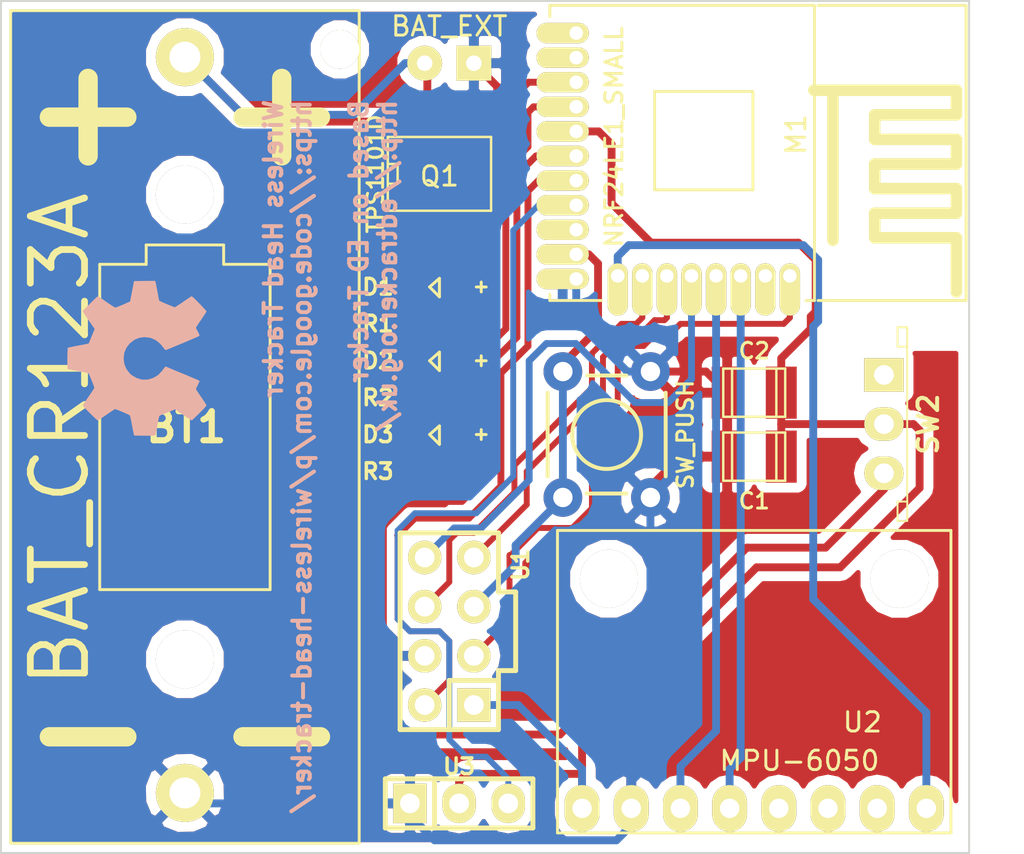
<source format=kicad_pcb>
(kicad_pcb (version 4) (host pcbnew "(2014-08-25 BZR 5096)-product")

  (general
    (links 45)
    (no_connects 0)
    (area 49.949999 49.949099 103.054201 94.050001)
    (thickness 1.6)
    (drawings 5)
    (tracks 230)
    (zones 0)
    (modules 18)
    (nets 21)
  )

  (page A4)
  (layers
    (0 F.Cu signal)
    (31 B.Cu signal)
    (32 B.Adhes user hide)
    (33 F.Adhes user hide)
    (34 B.Paste user hide)
    (35 F.Paste user hide)
    (36 B.SilkS user)
    (37 F.SilkS user)
    (38 B.Mask user hide)
    (39 F.Mask user hide)
    (40 Dwgs.User user)
    (41 Cmts.User user hide)
    (42 Eco1.User user hide)
    (43 Eco2.User user hide)
    (44 Edge.Cuts user)
  )

  (setup
    (last_trace_width 0.254)
    (user_trace_width 0.3048)
    (user_trace_width 0.3556)
    (user_trace_width 0.4064)
    (trace_clearance 0.2032)
    (zone_clearance 0.508)
    (zone_45_only no)
    (trace_min 0.254)
    (segment_width 0.2)
    (edge_width 0.1)
    (via_size 0.889)
    (via_drill 0.635)
    (via_min_size 0.889)
    (via_min_drill 0.508)
    (uvia_size 0.508)
    (uvia_drill 0.127)
    (uvias_allowed no)
    (uvia_min_size 0.508)
    (uvia_min_drill 0.127)
    (pcb_text_width 0.3)
    (pcb_text_size 1.5 1.5)
    (mod_edge_width 0.1778)
    (mod_text_size 1 1)
    (mod_text_width 0.15)
    (pad_size 1.05 2.7)
    (pad_drill 0.7)
    (pad_to_mask_clearance 0)
    (aux_axis_origin 0 0)
    (grid_origin 1840.008 1896.008)
    (visible_elements 7FFFFF7F)
    (pcbplotparams
      (layerselection 0x010f0_80000001)
      (usegerberextensions true)
      (excludeedgelayer true)
      (linewidth 0.100000)
      (plotframeref false)
      (viasonmask false)
      (mode 1)
      (useauxorigin false)
      (hpglpennumber 1)
      (hpglpenspeed 20)
      (hpglpendiameter 15)
      (hpglpenoverlay 2)
      (psnegative false)
      (psa4output false)
      (plotreference true)
      (plotvalue true)
      (plotinvisibletext false)
      (padsonsilk false)
      (subtractmaskfromsilk false)
      (outputformat 1)
      (mirror false)
      (drillshape 0)
      (scaleselection 1)
      (outputdirectory ./gerber))
  )

  (net 0 "")
  (net 1 GND)
  (net 2 VCC)
  (net 3 "Net-(D1-Pad1)")
  (net 4 "Net-(D1-Pad2)")
  (net 5 "Net-(D2-Pad1)")
  (net 6 "Net-(D2-Pad2)")
  (net 7 "Net-(D3-Pad1)")
  (net 8 "Net-(D3-Pad2)")
  (net 9 "Net-(M1-Pad8)")
  (net 10 /FSCK)
  (net 11 "Net-(M1-Pad12)")
  (net 12 /FMOSI)
  (net 13 /FCSN)
  (net 14 /SCL)
  (net 15 /SDA)
  (net 16 "Net-(Q1-Pad1)")
  (net 17 /FMISO)
  (net 18 "Net-(BT1-Pad1)")
  (net 19 /PROG)
  (net 20 /RESET)

  (net_class Default "This is the default net class."
    (clearance 0.2032)
    (trace_width 0.254)
    (via_dia 0.889)
    (via_drill 0.635)
    (uvia_dia 0.508)
    (uvia_drill 0.127)
    (add_net /FCSN)
    (add_net /FMISO)
    (add_net /FMOSI)
    (add_net /FSCK)
    (add_net /PROG)
    (add_net /RESET)
    (add_net /SCL)
    (add_net /SDA)
    (add_net GND)
    (add_net "Net-(BT1-Pad1)")
    (add_net "Net-(D1-Pad1)")
    (add_net "Net-(D1-Pad2)")
    (add_net "Net-(D2-Pad1)")
    (add_net "Net-(D2-Pad2)")
    (add_net "Net-(D3-Pad1)")
    (add_net "Net-(D3-Pad2)")
    (add_net "Net-(M1-Pad12)")
    (add_net "Net-(M1-Pad8)")
    (add_net "Net-(Q1-Pad1)")
    (add_net VCC)
  )

  (module wht:Pin_Header_Straight_2x04 (layer F.Cu) (tedit 53C8E7A0) (tstamp 53CBC6D3)
    (at 73.152 82.55 90)
    (descr "1 pin")
    (tags "CONN DEV")
    (path /53A87671)
    (fp_text reference U1 (at 3.429 3.683 90) (layer F.SilkS)
      (effects (font (size 0.8128 0.8128) (thickness 0.1778)))
    )
    (fp_text value NRF24LE1_PROG (at 0 -3.175 90) (layer F.SilkS) hide
      (effects (font (size 0.8128 0.8128) (thickness 0.1524)))
    )
    (fp_line (start -5.08 2.54) (end -2.032 2.54) (layer F.SilkS) (width 0.254))
    (fp_line (start -2.032 2.54) (end -2.032 3.429) (layer F.SilkS) (width 0.254))
    (fp_line (start -2.032 3.429) (end 2.032 3.429) (layer F.SilkS) (width 0.254))
    (fp_line (start 2.032 3.429) (end 2.032 2.54) (layer F.SilkS) (width 0.254))
    (fp_line (start 2.032 2.54) (end 5.08 2.54) (layer F.SilkS) (width 0.254))
    (fp_line (start 5.08 2.54) (end 5.08 -2.54) (layer F.SilkS) (width 0.254))
    (fp_line (start 5.08 -2.54) (end -5.08 -2.54) (layer F.SilkS) (width 0.254))
    (fp_line (start -5.08 -2.54) (end -5.08 0) (layer F.SilkS) (width 0.254))
    (fp_line (start -5.08 0) (end -2.54 0) (layer F.SilkS) (width 0.254))
    (fp_line (start -2.54 0) (end -2.54 2.54) (layer F.SilkS) (width 0.254))
    (fp_line (start -5.08 2.54) (end -5.08 0) (layer F.SilkS) (width 0.254))
    (pad 1 thru_hole rect (at -3.81 1.27 90) (size 1.7272 1.7272) (drill 1.016) (layers *.Cu *.Mask F.SilkS)
      (net 2 VCC))
    (pad 2 thru_hole oval (at -3.81 -1.27 90) (size 1.7272 1.7272) (drill 1.016) (layers *.Cu *.Mask F.SilkS)
      (net 19 /PROG))
    (pad 3 thru_hole oval (at -1.27 1.27 90) (size 1.7272 1.7272) (drill 1.016) (layers *.Cu *.Mask F.SilkS)
      (net 20 /RESET))
    (pad 4 thru_hole oval (at -1.27 -1.27 90) (size 1.7272 1.7272) (drill 1.016) (layers *.Cu *.Mask F.SilkS)
      (net 1 GND))
    (pad 5 thru_hole oval (at 1.27 1.27 90) (size 1.7272 1.7272) (drill 1.016) (layers *.Cu *.Mask F.SilkS)
      (net 10 /FSCK))
    (pad 6 thru_hole oval (at 1.27 -1.27 90) (size 1.7272 1.7272) (drill 1.016) (layers *.Cu *.Mask F.SilkS)
      (net 12 /FMOSI))
    (pad 7 thru_hole oval (at 3.81 1.27 90) (size 1.7272 1.7272) (drill 1.016) (layers *.Cu *.Mask F.SilkS)
      (net 17 /FMISO))
    (pad 8 thru_hole oval (at 3.81 -1.27 90) (size 1.7272 1.7272) (drill 1.016) (layers *.Cu *.Mask F.SilkS)
      (net 13 /FCSN))
    (model Pin_Headers/Pin_Header_Straight_2x04.wrl
      (at (xyz 0 0 0))
      (scale (xyz 1 1 1))
      (rotate (xyz 0 0 0))
    )
  )

  (module Capacitors_SMD:c_1210 (layer F.Cu) (tedit 53C8E621) (tstamp 53ABDA55)
    (at 88.9 73.533)
    (descr "SMT capacitor, 1210")
    (path /53A9C242)
    (fp_text reference C1 (at 0 2.286 180) (layer F.SilkS)
      (effects (font (size 0.8128 0.8128) (thickness 0.1524)))
    )
    (fp_text value C (at -0.0254 1.7272) (layer F.SilkS) hide
      (effects (font (size 0.50038 0.50038) (thickness 0.11938)))
    )
    (fp_line (start -1.6002 -1.2446) (end -1.6002 1.2446) (layer F.SilkS) (width 0.127))
    (fp_line (start 1.6002 1.2446) (end 1.6002 -1.2446) (layer F.SilkS) (width 0.127))
    (fp_line (start 1.143 -1.2446) (end 1.143 1.2446) (layer F.SilkS) (width 0.127))
    (fp_line (start -1.143 1.2446) (end -1.143 -1.2446) (layer F.SilkS) (width 0.127))
    (fp_line (start -1.6002 1.2446) (end 1.6002 1.2446) (layer F.SilkS) (width 0.127))
    (fp_line (start 1.6002 -1.2446) (end -1.6002 -1.2446) (layer F.SilkS) (width 0.127))
    (pad 1 smd rect (at 1.397 0) (size 1.6002 2.6924) (layers F.Cu F.Paste F.Mask)
      (net 2 VCC))
    (pad 2 smd rect (at -1.397 0) (size 1.6002 2.6924) (layers F.Cu F.Paste F.Mask)
      (net 1 GND))
    (model smd/capacitors/c_1210.wrl
      (at (xyz 0 0 0))
      (scale (xyz 1 1 1))
      (rotate (xyz 0 0 0))
    )
  )

  (module wht:Pin_Header_Straight_1x03 (layer F.Cu) (tedit 53C8E6FF) (tstamp 53ABD6AA)
    (at 73.66 91.44)
    (descr "1 pin")
    (tags "CONN DEV")
    (path /53A876E3)
    (fp_text reference U3 (at 0 -1.905 180) (layer F.SilkS)
      (effects (font (size 0.8128 0.8128) (thickness 0.1778)))
    )
    (fp_text value UART (at 0 0) (layer F.SilkS) hide
      (effects (font (size 1.27 1.27) (thickness 0.2032)))
    )
    (fp_line (start -1.27 1.27) (end 3.81 1.27) (layer F.SilkS) (width 0.254))
    (fp_line (start 3.81 1.27) (end 3.81 -1.27) (layer F.SilkS) (width 0.254))
    (fp_line (start 3.81 -1.27) (end -1.27 -1.27) (layer F.SilkS) (width 0.254))
    (fp_line (start -3.81 -1.27) (end -1.27 -1.27) (layer F.SilkS) (width 0.254))
    (fp_line (start -1.27 -1.27) (end -1.27 1.27) (layer F.SilkS) (width 0.254))
    (fp_line (start -3.81 -1.27) (end -3.81 1.27) (layer F.SilkS) (width 0.254))
    (fp_line (start -3.81 1.27) (end -1.27 1.27) (layer F.SilkS) (width 0.254))
    (pad 1 thru_hole rect (at -2.54 0) (size 1.7272 2.032) (drill 1.016) (layers *.Cu *.Mask F.SilkS)
      (net 1 GND))
    (pad 2 thru_hole oval (at 0 0) (size 1.7272 2.032) (drill 1.016) (layers *.Cu *.Mask F.SilkS)
      (net 2 VCC))
    (pad 3 thru_hole oval (at 2.54 0) (size 1.7272 2.032) (drill 1.016) (layers *.Cu *.Mask F.SilkS)
      (net 9 "Net-(M1-Pad8)"))
    (model Pin_Headers/Pin_Header_Straight_1x03.wrl
      (at (xyz 0 0 0))
      (scale (xyz 1 1 1))
      (rotate (xyz 0 0 0))
    )
  )

  (module wht:TACTILE-PTH (layer F.Cu) (tedit 53C8E60F) (tstamp 53C7B70C)
    (at 81.28 72.39 90)
    (descr "<b>OMRON SWITCH</b>")
    (path /53AB20EC)
    (fp_text reference SW1 (at -1.905 -3.81 90) (layer F.SilkS) hide
      (effects (font (size 1.2065 1.2065) (thickness 0.127)) (justify left bottom))
    )
    (fp_text value SW_PUSH (at 0 4.064 90) (layer F.SilkS)
      (effects (font (size 0.8128 0.8128) (thickness 0.1524)))
    )
    (fp_line (start 3.048 -1.016) (end 3.048 -2.54) (layer Dwgs.User) (width 0.2032))
    (fp_line (start 3.048 -2.54) (end 2.54 -3.048) (layer Dwgs.User) (width 0.2032))
    (fp_line (start 2.54 3.048) (end 3.048 2.54) (layer Dwgs.User) (width 0.2032))
    (fp_line (start 3.048 2.54) (end 3.048 1.016) (layer Dwgs.User) (width 0.2032))
    (fp_line (start -2.54 -3.048) (end -3.048 -2.54) (layer Dwgs.User) (width 0.2032))
    (fp_line (start -3.048 -2.54) (end -3.048 -1.016) (layer Dwgs.User) (width 0.2032))
    (fp_line (start -2.54 3.048) (end -3.048 2.54) (layer Dwgs.User) (width 0.2032))
    (fp_line (start -3.048 2.54) (end -3.048 1.016) (layer Dwgs.User) (width 0.2032))
    (fp_line (start 2.54 3.048) (end 2.159 3.048) (layer Dwgs.User) (width 0.2032))
    (fp_line (start -2.54 3.048) (end -2.159 3.048) (layer Dwgs.User) (width 0.2032))
    (fp_line (start -2.54 -3.048) (end -2.159 -3.048) (layer Dwgs.User) (width 0.2032))
    (fp_line (start 2.54 -3.048) (end 2.159 -3.048) (layer Dwgs.User) (width 0.2032))
    (fp_line (start 2.159 -3.048) (end -2.159 -3.048) (layer F.SilkS) (width 0.2032))
    (fp_line (start -2.159 3.048) (end 2.159 3.048) (layer F.SilkS) (width 0.2032))
    (fp_line (start 3.048 -0.998) (end 3.048 1.016) (layer F.SilkS) (width 0.2032))
    (fp_line (start -3.048 -1.028) (end -3.048 1.016) (layer F.SilkS) (width 0.2032))
    (fp_line (start -2.54 -1.27) (end -2.54 -0.508) (layer Dwgs.User) (width 0.2032))
    (fp_line (start -2.54 0.508) (end -2.54 1.27) (layer Dwgs.User) (width 0.2032))
    (fp_line (start -2.54 -0.508) (end -2.159 0.381) (layer Dwgs.User) (width 0.2032))
    (fp_circle (center 0 0) (end 1.778 0) (layer F.SilkS) (width 0.2032))
    (pad 1 thru_hole circle (at -3.2512 -2.2606 90) (size 2 2) (drill 1) (layers *.Cu *.Mask)
      (net 10 /FSCK))
    (pad 1 thru_hole circle (at 3.2512 -2.2606 90) (size 2 2) (drill 1) (layers *.Cu *.Mask)
      (net 10 /FSCK))
    (pad 2 thru_hole circle (at -3.2512 2.2606 90) (size 2 2) (drill 1) (layers *.Cu *.Mask)
      (net 1 GND))
    (pad 2 thru_hole circle (at 3.2512 2.2606 90) (size 2 2) (drill 1) (layers *.Cu *.Mask)
      (net 1 GND))
  )

  (module SOIC_Packages:SOIC-8_N (layer F.Cu) (tedit 53C8C754) (tstamp 53AAC3C4)
    (at 72.644 58.928)
    (descr "module CMS SOJ 8 pins etroit")
    (tags "CMS SOJ")
    (path /53A9CF7B)
    (attr smd)
    (fp_text reference Q1 (at 0 0.127) (layer F.SilkS)
      (effects (font (size 1 1) (thickness 0.15)))
    )
    (fp_text value TPS1101D (at -3.302 0 90) (layer F.SilkS)
      (effects (font (size 0.8128 0.8128) (thickness 0.1524)))
    )
    (fp_line (start -2.667 1.778) (end -2.667 1.905) (layer F.SilkS) (width 0.127))
    (fp_line (start -2.667 1.905) (end 2.667 1.905) (layer F.SilkS) (width 0.127))
    (fp_line (start 2.667 -1.905) (end -2.667 -1.905) (layer F.SilkS) (width 0.127))
    (fp_line (start -2.667 -1.905) (end -2.667 1.778) (layer F.SilkS) (width 0.127))
    (fp_line (start -2.667 -0.508) (end -2.159 -0.508) (layer F.SilkS) (width 0.127))
    (fp_line (start -2.159 -0.508) (end -2.159 0.508) (layer F.SilkS) (width 0.127))
    (fp_line (start -2.159 0.508) (end -2.667 0.508) (layer F.SilkS) (width 0.127))
    (fp_line (start 2.667 -1.905) (end 2.667 1.905) (layer F.SilkS) (width 0.127))
    (pad 8 smd rect (at -1.875 -2.7) (size 0.6 1.6) (layers F.Cu F.Paste F.Mask)
      (net 18 "Net-(BT1-Pad1)"))
    (pad 1 smd rect (at -1.875 2.7) (size 0.6 1.6) (layers F.Cu F.Paste F.Mask)
      (net 16 "Net-(Q1-Pad1)"))
    (pad 7 smd rect (at -0.625 -2.7) (size 0.6 1.6) (layers F.Cu F.Paste F.Mask)
      (net 18 "Net-(BT1-Pad1)"))
    (pad 6 smd rect (at 0.625 -2.7) (size 0.6 1.6) (layers F.Cu F.Paste F.Mask)
      (net 18 "Net-(BT1-Pad1)"))
    (pad 5 smd rect (at 1.875 -2.7) (size 0.6 1.6) (layers F.Cu F.Paste F.Mask)
      (net 18 "Net-(BT1-Pad1)"))
    (pad 2 smd rect (at -0.625 2.7) (size 0.6 1.6) (layers F.Cu F.Paste F.Mask)
      (net 16 "Net-(Q1-Pad1)"))
    (pad 3 smd rect (at 0.625 2.7) (size 0.6 1.6) (layers F.Cu F.Paste F.Mask)
      (net 16 "Net-(Q1-Pad1)"))
    (pad 4 smd rect (at 1.875 2.7) (size 0.6 1.6) (layers F.Cu F.Paste F.Mask)
      (net 1 GND))
    (model smd/cms_so8.wrl
      (at (xyz 0 0 0))
      (scale (xyz 0.5 0.32 0.5))
      (rotate (xyz 0 0 0))
    )
  )

  (module Capacitors_SMD:c_1210 (layer F.Cu) (tedit 53C8E626) (tstamp 53AAC332)
    (at 88.9 70.231)
    (descr "SMT capacitor, 1210")
    (path /53A9BE51)
    (fp_text reference C2 (at 0 -2.159) (layer F.SilkS)
      (effects (font (size 0.8128 0.8128) (thickness 0.1524)))
    )
    (fp_text value CP1 (at -0.0254 1.7272) (layer F.SilkS) hide
      (effects (font (size 0.50038 0.50038) (thickness 0.11938)))
    )
    (fp_line (start -1.6002 -1.2446) (end -1.6002 1.2446) (layer F.SilkS) (width 0.127))
    (fp_line (start 1.6002 1.2446) (end 1.6002 -1.2446) (layer F.SilkS) (width 0.127))
    (fp_line (start 1.143 -1.2446) (end 1.143 1.2446) (layer F.SilkS) (width 0.127))
    (fp_line (start -1.143 1.2446) (end -1.143 -1.2446) (layer F.SilkS) (width 0.127))
    (fp_line (start -1.6002 1.2446) (end 1.6002 1.2446) (layer F.SilkS) (width 0.127))
    (fp_line (start 1.6002 -1.2446) (end -1.6002 -1.2446) (layer F.SilkS) (width 0.127))
    (pad 1 smd rect (at 1.397 0) (size 1.6002 2.6924) (layers F.Cu F.Paste F.Mask)
      (net 2 VCC))
    (pad 2 smd rect (at -1.397 0) (size 1.6002 2.6924) (layers F.Cu F.Paste F.Mask)
      (net 1 GND))
    (model smd/capacitors/c_1210.wrl
      (at (xyz 0 0 0))
      (scale (xyz 1 1 1))
      (rotate (xyz 0 0 0))
    )
  )

  (module wht:BATTERY_EXT (layer F.Cu) (tedit 53C8F930) (tstamp 53AAC31A)
    (at 73.152 53.213)
    (path /53A9ABA8)
    (fp_text reference BT2 (at 0 2.54) (layer F.SilkS) hide
      (effects (font (size 1 1) (thickness 0.15)))
    )
    (fp_text value BAT_EXT (at 0 -1.905) (layer F.SilkS)
      (effects (font (size 1 1) (thickness 0.15)))
    )
    (pad 1 thru_hole circle (at -1.27 0) (size 1.8 1.8) (drill 0.8) (layers *.Cu *.Mask F.SilkS)
      (net 18 "Net-(BT1-Pad1)"))
    (pad 2 thru_hole rect (at 1.27 0) (size 1.8 1.8) (drill 0.8) (layers *.Cu *.Mask F.SilkS)
      (net 1 GND))
  )

  (module wht:LED-0805 (layer F.Cu) (tedit 53C8C6EB) (tstamp 53C829DC)
    (at 72.39 64.77 180)
    (descr "LED 0805 smd package")
    (tags "LED 0805 SMD")
    (path /53A99C66)
    (attr smd)
    (fp_text reference D1 (at 2.921 0 360) (layer F.SilkS)
      (effects (font (size 0.8128 0.8128) (thickness 0.1778)))
    )
    (fp_text value LED (at 0 -1.905 180) (layer F.SilkS) hide
      (effects (font (size 0.8128 0.8128) (thickness 0.2032)))
    )
    (fp_line (start -2.413 -0.254) (end -2.413 0.254) (layer F.SilkS) (width 0.1524))
    (fp_line (start -2.159 0) (end -2.667 0) (layer F.SilkS) (width 0.1524))
    (fp_line (start -0.254 -0.508) (end -0.254 0.4445) (layer F.SilkS) (width 0.1524))
    (fp_line (start -0.254 0.4445) (end 0.254 0) (layer F.SilkS) (width 0.1524))
    (fp_line (start 0.254 0) (end -0.254 -0.508) (layer F.SilkS) (width 0.1524))
    (pad 1 smd rect (at -1.04902 0 180) (size 1.19888 1.19888) (layers F.Cu F.Paste F.Mask)
      (net 3 "Net-(D1-Pad1)"))
    (pad 2 smd rect (at 1.04902 0 180) (size 1.19888 1.19888) (layers F.Cu F.Paste F.Mask)
      (net 4 "Net-(D1-Pad2)"))
  )

  (module wht:LED-0805 (layer F.Cu) (tedit 53C8C6DF) (tstamp 53C829E6)
    (at 72.39 68.58 180)
    (descr "LED 0805 smd package")
    (tags "LED 0805 SMD")
    (path /53A99CDF)
    (attr smd)
    (fp_text reference D2 (at 2.921 0 180) (layer F.SilkS)
      (effects (font (size 0.8128 0.8128) (thickness 0.1778)))
    )
    (fp_text value LED (at 0 -1.905 180) (layer F.SilkS) hide
      (effects (font (size 0.8128 0.8128) (thickness 0.2032)))
    )
    (fp_line (start -2.413 -0.254) (end -2.413 0.254) (layer F.SilkS) (width 0.1524))
    (fp_line (start -2.159 0) (end -2.667 0) (layer F.SilkS) (width 0.1524))
    (fp_line (start -0.254 -0.508) (end -0.254 0.4445) (layer F.SilkS) (width 0.1524))
    (fp_line (start -0.254 0.4445) (end 0.254 0) (layer F.SilkS) (width 0.1524))
    (fp_line (start 0.254 0) (end -0.254 -0.508) (layer F.SilkS) (width 0.1524))
    (pad 1 smd rect (at -1.04902 0 180) (size 1.19888 1.19888) (layers F.Cu F.Paste F.Mask)
      (net 5 "Net-(D2-Pad1)"))
    (pad 2 smd rect (at 1.04902 0 180) (size 1.19888 1.19888) (layers F.Cu F.Paste F.Mask)
      (net 6 "Net-(D2-Pad2)"))
  )

  (module wht:LED-0805 (layer F.Cu) (tedit 53C8C6D8) (tstamp 53C829F0)
    (at 72.39 72.39 180)
    (descr "LED 0805 smd package")
    (tags "LED 0805 SMD")
    (path /53A99CF8)
    (attr smd)
    (fp_text reference D3 (at 2.921 0 360) (layer F.SilkS)
      (effects (font (size 0.8128 0.8128) (thickness 0.1778)))
    )
    (fp_text value LED (at 0 -1.905 180) (layer F.SilkS) hide
      (effects (font (size 0.8128 0.8128) (thickness 0.2032)))
    )
    (fp_line (start -2.413 -0.254) (end -2.413 0.254) (layer F.SilkS) (width 0.1524))
    (fp_line (start -2.159 0) (end -2.667 0) (layer F.SilkS) (width 0.1524))
    (fp_line (start -0.254 -0.508) (end -0.254 0.4445) (layer F.SilkS) (width 0.1524))
    (fp_line (start -0.254 0.4445) (end 0.254 0) (layer F.SilkS) (width 0.1524))
    (fp_line (start 0.254 0) (end -0.254 -0.508) (layer F.SilkS) (width 0.1524))
    (pad 1 smd rect (at -1.04902 0 180) (size 1.19888 1.19888) (layers F.Cu F.Paste F.Mask)
      (net 7 "Net-(D3-Pad1)"))
    (pad 2 smd rect (at 1.04902 0 180) (size 1.19888 1.19888) (layers F.Cu F.Paste F.Mask)
      (net 8 "Net-(D3-Pad2)"))
  )

  (module wht:Resistor_SMD0805_HandSoldering (layer F.Cu) (tedit 53C8C6E5) (tstamp 53C8C706)
    (at 72.39 66.675)
    (descr "Resistor, SMD, 0805, Hand soldering,")
    (tags "Resistor, SMD, 0805, Hand soldering,")
    (path /53A99DAC)
    (attr smd)
    (fp_text reference R1 (at -2.921 0) (layer F.SilkS)
      (effects (font (size 0.8128 0.8128) (thickness 0.1778)))
    )
    (fp_text value R (at 0.20066 2.60096) (layer F.SilkS) hide
      (effects (font (size 0.8128 0.8128) (thickness 0.1778)))
    )
    (pad 1 smd rect (at -1.30048 0) (size 1.50114 1.19888) (layers F.Cu F.Paste F.Mask)
      (net 1 GND))
    (pad 2 smd rect (at 1.30048 0) (size 1.50114 1.19888) (layers F.Cu F.Paste F.Mask)
      (net 4 "Net-(D1-Pad2)"))
  )

  (module wht:Resistor_SMD0805_HandSoldering (layer F.Cu) (tedit 53C8C6D4) (tstamp 53C8C70B)
    (at 72.39 70.485)
    (descr "Resistor, SMD, 0805, Hand soldering,")
    (tags "Resistor, SMD, 0805, Hand soldering,")
    (path /53A99E23)
    (attr smd)
    (fp_text reference R2 (at -2.921 0) (layer F.SilkS)
      (effects (font (size 0.8128 0.8128) (thickness 0.1778)))
    )
    (fp_text value R (at 0.20066 2.60096) (layer F.SilkS) hide
      (effects (font (size 0.8128 0.8128) (thickness 0.1778)))
    )
    (pad 1 smd rect (at -1.30048 0) (size 1.50114 1.19888) (layers F.Cu F.Paste F.Mask)
      (net 1 GND))
    (pad 2 smd rect (at 1.30048 0) (size 1.50114 1.19888) (layers F.Cu F.Paste F.Mask)
      (net 6 "Net-(D2-Pad2)"))
  )

  (module wht:Resistor_SMD0805_HandSoldering (layer F.Cu) (tedit 53C8C6D6) (tstamp 53C8C710)
    (at 72.39 74.295 180)
    (descr "Resistor, SMD, 0805, Hand soldering,")
    (tags "Resistor, SMD, 0805, Hand soldering,")
    (path /53A99E55)
    (attr smd)
    (fp_text reference R3 (at 2.921 0 180) (layer F.SilkS)
      (effects (font (size 0.8128 0.8128) (thickness 0.1778)))
    )
    (fp_text value R (at 0.20066 2.60096 180) (layer F.SilkS) hide
      (effects (font (size 0.8128 0.8128) (thickness 0.1778)))
    )
    (pad 1 smd rect (at -1.30048 0 180) (size 1.50114 1.19888) (layers F.Cu F.Paste F.Mask)
      (net 1 GND))
    (pad 2 smd rect (at 1.30048 0 180) (size 1.50114 1.19888) (layers F.Cu F.Paste F.Mask)
      (net 8 "Net-(D3-Pad2)"))
  )

  (module oshw_logo:OSHW-logo_silkscreen-back_8mm (layer B.Cu) (tedit 0) (tstamp 53C9435A)
    (at 57.023 68.453 90)
    (fp_text reference G*** (at 0 -4.2418 90) (layer B.SilkS) hide
      (effects (font (size 0.36322 0.36322) (thickness 0.07112)) (justify mirror))
    )
    (fp_text value OSHW-logo_silkscreen-back_8mm (at 0 4.2418 90) (layer B.SilkS) hide
      (effects (font (size 0.36322 0.36322) (thickness 0.07112)) (justify mirror))
    )
    (fp_poly (pts (xy 2.42316 3.59156) (xy 2.38252 3.57124) (xy 2.28854 3.51282) (xy 2.15392 3.42392)
      (xy 1.99644 3.31978) (xy 1.83896 3.21056) (xy 1.70942 3.1242) (xy 1.61798 3.06578)
      (xy 1.57988 3.04546) (xy 1.55956 3.05054) (xy 1.48336 3.08864) (xy 1.37414 3.14452)
      (xy 1.31064 3.17754) (xy 1.21158 3.22072) (xy 1.16078 3.23088) (xy 1.15316 3.21564)
      (xy 1.11506 3.13944) (xy 1.05918 3.00736) (xy 0.98298 2.83464) (xy 0.89662 2.63144)
      (xy 0.80264 2.413) (xy 0.7112 2.18948) (xy 0.6223 1.97612) (xy 0.54356 1.78562)
      (xy 0.48006 1.63068) (xy 0.43942 1.52146) (xy 0.42418 1.47574) (xy 0.42926 1.46558)
      (xy 0.48006 1.41732) (xy 0.56642 1.35128) (xy 0.75692 1.19634) (xy 0.94234 0.96266)
      (xy 1.05664 0.6985) (xy 1.09474 0.40386) (xy 1.06172 0.13208) (xy 0.95504 -0.12954)
      (xy 0.77216 -0.36576) (xy 0.55118 -0.54102) (xy 0.2921 -0.65278) (xy 0 -0.68834)
      (xy -0.2794 -0.65786) (xy -0.5461 -0.55118) (xy -0.78232 -0.37084) (xy -0.88138 -0.25654)
      (xy -1.01854 -0.01778) (xy -1.09728 0.23876) (xy -1.1049 0.30226) (xy -1.09474 0.5842)
      (xy -1.01092 0.85344) (xy -0.8636 1.09474) (xy -0.65786 1.29032) (xy -0.62992 1.31064)
      (xy -0.53594 1.38176) (xy -0.47244 1.43002) (xy -0.42164 1.47066) (xy -0.77978 2.33172)
      (xy -0.83566 2.46888) (xy -0.93472 2.7051) (xy -1.02108 2.9083) (xy -1.08966 3.06832)
      (xy -1.13792 3.17754) (xy -1.15824 3.22072) (xy -1.16078 3.22326) (xy -1.19126 3.22834)
      (xy -1.2573 3.20294) (xy -1.37668 3.14452) (xy -1.45796 3.10388) (xy -1.5494 3.0607)
      (xy -1.59004 3.04546) (xy -1.6256 3.06324) (xy -1.71196 3.12166) (xy -1.8415 3.20548)
      (xy -1.9939 3.30962) (xy -2.14122 3.41122) (xy -2.27584 3.50012) (xy -2.3749 3.56108)
      (xy -2.42316 3.58902) (xy -2.43078 3.58902) (xy -2.47142 3.56362) (xy -2.55016 3.50012)
      (xy -2.667 3.38836) (xy -2.8321 3.2258) (xy -2.8575 3.2004) (xy -2.99466 3.0607)
      (xy -3.10642 2.94386) (xy -3.18008 2.86258) (xy -3.20548 2.82448) (xy -3.20548 2.82448)
      (xy -3.18262 2.77622) (xy -3.11912 2.6797) (xy -3.03022 2.54254) (xy -2.921 2.38252)
      (xy -2.63652 1.9685) (xy -2.794 1.57734) (xy -2.84226 1.45796) (xy -2.90322 1.31318)
      (xy -2.9464 1.20904) (xy -2.9718 1.16332) (xy -3.01244 1.14808) (xy -3.12166 1.12268)
      (xy -3.2766 1.08966) (xy -3.45948 1.05664) (xy -3.63728 1.02362) (xy -3.7973 0.99314)
      (xy -3.9116 0.97028) (xy -3.9624 0.96012) (xy -3.9751 0.9525) (xy -3.98526 0.9271)
      (xy -3.99288 0.87376) (xy -3.99542 0.77724) (xy -3.99796 0.62484) (xy -3.99796 0.40386)
      (xy -3.99796 0.381) (xy -3.99542 0.17018) (xy -3.99288 0.00254) (xy -3.9878 -0.10668)
      (xy -3.98018 -0.14986) (xy -3.98018 -0.14986) (xy -3.92938 -0.16256) (xy -3.81762 -0.18542)
      (xy -3.6576 -0.21844) (xy -3.4671 -0.254) (xy -3.45694 -0.25654) (xy -3.26644 -0.2921)
      (xy -3.10896 -0.32512) (xy -2.9972 -0.35052) (xy -2.95148 -0.36576) (xy -2.94132 -0.37846)
      (xy -2.90322 -0.45212) (xy -2.84734 -0.56896) (xy -2.78638 -0.71374) (xy -2.72288 -0.86106)
      (xy -2.66954 -0.99568) (xy -2.63398 -1.09474) (xy -2.62382 -1.14046) (xy -2.62382 -1.14046)
      (xy -2.65176 -1.18618) (xy -2.7178 -1.28524) (xy -2.80924 -1.41986) (xy -2.921 -1.58242)
      (xy -2.92862 -1.59512) (xy -3.03784 -1.75514) (xy -3.12674 -1.88976) (xy -3.18516 -1.98628)
      (xy -3.20548 -2.02946) (xy -3.20548 -2.032) (xy -3.16992 -2.08026) (xy -3.08864 -2.16916)
      (xy -2.9718 -2.29108) (xy -2.8321 -2.43332) (xy -2.78638 -2.4765) (xy -2.63144 -2.6289)
      (xy -2.52476 -2.72796) (xy -2.45618 -2.7813) (xy -2.42316 -2.794) (xy -2.42316 -2.79146)
      (xy -2.3749 -2.76352) (xy -2.2733 -2.69748) (xy -2.13614 -2.6035) (xy -1.97358 -2.49428)
      (xy -1.96342 -2.48666) (xy -1.8034 -2.37744) (xy -1.67132 -2.28854) (xy -1.5748 -2.22504)
      (xy -1.53416 -2.19964) (xy -1.52654 -2.19964) (xy -1.46304 -2.21996) (xy -1.34874 -2.25806)
      (xy -1.20904 -2.31394) (xy -1.06172 -2.37236) (xy -0.9271 -2.42824) (xy -0.8255 -2.4765)
      (xy -0.77724 -2.5019) (xy -0.77724 -2.50444) (xy -0.75946 -2.56286) (xy -0.73152 -2.68224)
      (xy -0.6985 -2.84734) (xy -0.6604 -3.04292) (xy -0.65532 -3.0734) (xy -0.61976 -3.2639)
      (xy -0.58928 -3.42138) (xy -0.56642 -3.5306) (xy -0.55372 -3.57632) (xy -0.52832 -3.5814)
      (xy -0.43434 -3.58902) (xy -0.2921 -3.59156) (xy -0.11938 -3.5941) (xy 0.06096 -3.59156)
      (xy 0.23622 -3.58902) (xy 0.38862 -3.58394) (xy 0.4953 -3.57632) (xy 0.54102 -3.56616)
      (xy 0.54356 -3.56362) (xy 0.5588 -3.5052) (xy 0.5842 -3.38582) (xy 0.61976 -3.22072)
      (xy 0.65786 -3.0226) (xy 0.66294 -2.98958) (xy 0.6985 -2.79908) (xy 0.73152 -2.64414)
      (xy 0.75438 -2.53492) (xy 0.76708 -2.49428) (xy 0.78232 -2.48412) (xy 0.86106 -2.4511)
      (xy 0.98806 -2.39776) (xy 1.14808 -2.33426) (xy 1.51384 -2.1844) (xy 1.96088 -2.49428)
      (xy 2.00406 -2.52222) (xy 2.16408 -2.63144) (xy 2.2987 -2.72034) (xy 2.39014 -2.77876)
      (xy 2.42824 -2.80162) (xy 2.43078 -2.79908) (xy 2.4765 -2.76098) (xy 2.5654 -2.67716)
      (xy 2.68732 -2.55778) (xy 2.82702 -2.41808) (xy 2.93116 -2.31394) (xy 3.05562 -2.18694)
      (xy 3.13436 -2.10312) (xy 3.17754 -2.04724) (xy 3.19278 -2.01422) (xy 3.1877 -1.9939)
      (xy 3.15976 -1.94818) (xy 3.09372 -1.84912) (xy 3.00228 -1.71196) (xy 2.89306 -1.55448)
      (xy 2.80162 -1.41986) (xy 2.7051 -1.27) (xy 2.6416 -1.16332) (xy 2.61874 -1.10998)
      (xy 2.62382 -1.08712) (xy 2.65684 -1.00076) (xy 2.71018 -0.86614) (xy 2.77622 -0.70866)
      (xy 2.9337 -0.35306) (xy 3.16738 -0.30988) (xy 3.30708 -0.28194) (xy 3.5052 -0.24384)
      (xy 3.69316 -0.20828) (xy 3.9878 -0.14986) (xy 3.99796 0.93218) (xy 3.95224 0.9525)
      (xy 3.90906 0.9652) (xy 3.79984 0.98806) (xy 3.6449 1.01854) (xy 3.45948 1.0541)
      (xy 3.30454 1.08458) (xy 3.14452 1.11252) (xy 3.03276 1.13538) (xy 2.98196 1.14554)
      (xy 2.96926 1.16332) (xy 2.92862 1.23952) (xy 2.87274 1.36144) (xy 2.81178 1.50876)
      (xy 2.74828 1.65862) (xy 2.6924 1.79832) (xy 2.65176 1.905) (xy 2.63906 1.96088)
      (xy 2.65938 2.00406) (xy 2.72034 2.0955) (xy 2.8067 2.22758) (xy 2.91338 2.38506)
      (xy 3.0226 2.54254) (xy 3.1115 2.67716) (xy 3.175 2.77368) (xy 3.2004 2.81686)
      (xy 3.1877 2.84734) (xy 3.12674 2.92354) (xy 3.00736 3.04546) (xy 2.8321 3.22072)
      (xy 2.80162 3.24866) (xy 2.66192 3.38328) (xy 2.54254 3.4925) (xy 2.46126 3.56616)
      (xy 2.42316 3.59156)) (layer B.SilkS) (width 0.00254))
  )

  (module wht:ESP2010_switch (layer F.Cu) (tedit 53D61B91) (tstamp 53C7A2D3)
    (at 95.601 71.852 270)
    (descr "1 pin")
    (tags "CONN DEV")
    (path /53AAC4C3)
    (fp_text reference SW2 (at 0 -2.286 450) (layer F.SilkS)
      (effects (font (size 1.016 1.016) (thickness 0.2032)))
    )
    (fp_text value SWITCH_INV (at 0 -2.4 270) (layer F.SilkS) hide
      (effects (font (size 1.016 1.016) (thickness 0.1778)))
    )
    (fp_line (start 0.2 -7.2) (end 0.2 -6.7) (layer Dwgs.User) (width 0.1))
    (fp_line (start -1.8 -7.2) (end 0.2 -7.2) (layer Dwgs.User) (width 0.1))
    (fp_line (start -1.8 -6.7) (end -1.8 -7.2) (layer Dwgs.User) (width 0.1))
    (fp_line (start 3.4 -6.2) (end 0.2 -6.7) (layer Dwgs.User) (width 0.1))
    (fp_line (start -5 -6.2) (end -1.8 -6.7) (layer Dwgs.User) (width 0.1))
    (fp_line (start 3.4 -5.7) (end 3.4 -6.2) (layer Dwgs.User) (width 0.1))
    (fp_line (start -5 -5.7) (end -5 -6.2) (layer Dwgs.User) (width 0.1))
    (fp_line (start 5 -1.2) (end 5 -0.7) (layer F.SilkS) (width 0.1))
    (fp_line (start 5 -0.7) (end 4 -0.7) (layer F.SilkS) (width 0.1))
    (fp_line (start 4 -0.7) (end 4 -1.2) (layer F.SilkS) (width 0.1))
    (fp_line (start -5 -1.2) (end -5 -0.7) (layer F.SilkS) (width 0.1))
    (fp_line (start -5 -0.7) (end -4 -0.7) (layer F.SilkS) (width 0.1))
    (fp_line (start -4 -1.2) (end -4 -0.7) (layer F.SilkS) (width 0.1))
    (fp_line (start -5 -5.7) (end 5 -5.7) (layer Dwgs.User) (width 0.1))
    (fp_line (start 5 -1.2) (end 5 -5.7) (layer Dwgs.User) (width 0.1))
    (fp_line (start -5 -5.7) (end -5 -1.2) (layer Dwgs.User) (width 0.1))
    (fp_line (start -5 -1.2) (end 5 -1.2) (layer F.SilkS) (width 0.1))
    (pad 1 thru_hole rect (at -2.54 0 270) (size 1.7272 2.032) (drill 1.016) (layers *.Cu *.Mask F.SilkS))
    (pad 2 thru_hole oval (at 0 0 270) (size 1.7272 2.032) (drill 1.016) (layers *.Cu *.Mask F.SilkS)
      (net 2 VCC))
    (pad 3 thru_hole oval (at 2.54 0 270) (size 1.7272 2.032) (drill 1.016) (layers *.Cu *.Mask F.SilkS)
      (net 16 "Net-(Q1-Pad1)"))
    (model Pin_Headers/Pin_Header_Angled_1x03.wrl
      (at (xyz 0 0 0))
      (scale (xyz 1 1 1))
      (rotate (xyz 0 0 0))
    )
  )

  (module wht:NRF24LE1_SMALL (layer F.Cu) (tedit 53C81F20) (tstamp 53AAC3B0)
    (at 85.344 58.166 270)
    (path /53A87AFB)
    (fp_text reference M1 (at -1.27 -5.715 270) (layer F.SilkS)
      (effects (font (size 1 1) (thickness 0.15)))
    )
    (fp_text value NRF24LE1_SMALL (at -1.143 3.683 270) (layer F.SilkS)
      (effects (font (size 0.889 0.889) (thickness 0.1524)))
    )
    (fp_line (start -3.556 -7.62) (end 4.191 -7.62) (layer F.SilkS) (width 0.6))
    (fp_line (start 4.064 -14) (end 6.858 -14) (layer F.SilkS) (width 0.6))
    (fp_line (start 2.794 -9.779) (end 4.064 -9.779) (layer F.SilkS) (width 0.6))
    (fp_line (start 1.524 -14) (end 2.794 -14) (layer F.SilkS) (width 0.6))
    (fp_line (start 0.254 -9.779) (end 1.524 -9.779) (layer F.SilkS) (width 0.6))
    (fp_line (start -1.016 -14) (end 0.254 -14) (layer F.SilkS) (width 0.6))
    (fp_line (start -2.286 -9.779) (end -1.016 -9.779) (layer F.SilkS) (width 0.6))
    (fp_line (start -3.556 -14) (end -2.286 -14) (layer F.SilkS) (width 0.6))
    (fp_line (start 0.254 -14) (end 0.254 -9.779) (layer F.SilkS) (width 0.6))
    (fp_line (start 1.524 -9.779) (end 1.524 -14) (layer F.SilkS) (width 0.6))
    (fp_line (start 2.794 -14) (end 2.794 -9.779) (layer F.SilkS) (width 0.6))
    (fp_line (start 4.064 -9.779) (end 4.064 -14) (layer F.SilkS) (width 0.6))
    (fp_line (start -1.016 -14) (end -1.016 -9.779) (layer F.SilkS) (width 0.6))
    (fp_line (start -2.287 -14) (end -2.287 -9.779) (layer F.SilkS) (width 0.6))
    (fp_line (start -3.556 -14) (end -3.556 -6.636) (layer F.SilkS) (width 0.6))
    (fp_line (start -7.9375 -6.858) (end -7.9375 -14.5) (layer F.SilkS) (width 0.1524))
    (fp_line (start -7.9375 -14.5) (end 7.3025 -14.5) (layer F.SilkS) (width 0.1524))
    (fp_line (start 7.3025 -14.5) (end 7.3025 -6.858) (layer F.SilkS) (width 0.1524))
    (fp_line (start 7.3025 -6.6675) (end 7.3025 -6.223) (layer F.SilkS) (width 0.1524))
    (fp_line (start -7.366 7) (end -7.9375 7) (layer F.SilkS) (width 0.1524))
    (fp_line (start -3.4925 -3.4925) (end -3.4925 1.5875) (layer F.SilkS) (width 0.15))
    (fp_line (start -3.4925 1.5875) (end 1.5875 1.5875) (layer F.SilkS) (width 0.15))
    (fp_line (start 1.5875 1.5875) (end 1.5875 -3.4925) (layer F.SilkS) (width 0.15))
    (fp_line (start 1.5875 -3.4925) (end -3.4925 -3.4925) (layer F.SilkS) (width 0.15))
    (fp_line (start 7.3025 7) (end 6.985 7) (layer F.SilkS) (width 0.15))
    (fp_line (start -7.9375 7) (end -7.9375 -6.6675) (layer F.SilkS) (width 0.1524))
    (fp_line (start -7.9375 -6.6675) (end 7.3025 -6.6675) (layer F.SilkS) (width 0.15))
    (fp_line (start 7.3025 4.318) (end 7.3025 7) (layer F.SilkS) (width 0.15))
    (pad 1 thru_hole oval (at -6.50875 5.635625 270) (size 1.05 2.7) (drill 0.7 (offset 0 0.7)) (layers *.Cu *.Mask F.SilkS))
    (pad 2 thru_hole oval (at -5.23875 5.635625 270) (size 1.05 2.7) (drill 0.7 (offset 0 0.7)) (layers *.Cu *.Mask F.SilkS))
    (pad 3 thru_hole oval (at -3.96875 5.635625 270) (size 1.05 2.7) (drill 0.7 (offset 0 0.7)) (layers *.Cu *.Mask F.SilkS)
      (net 3 "Net-(D1-Pad1)"))
    (pad 4 thru_hole oval (at -2.69875 5.635625 270) (size 1.05 2.7) (drill 0.7 (offset 0 0.7)) (layers *.Cu *.Mask F.SilkS)
      (net 5 "Net-(D2-Pad1)"))
    (pad 5 thru_hole oval (at -1.42875 5.635625 270) (size 1.05 2.7) (drill 0.7 (offset 0 0.7)) (layers *.Cu *.Mask F.SilkS)
      (net 2 VCC))
    (pad 6 thru_hole oval (at -0.15875 5.635625 270) (size 1.05 2.7) (drill 0.7 (offset 0 0.7)) (layers *.Cu *.Mask F.SilkS)
      (net 7 "Net-(D3-Pad1)"))
    (pad 7 thru_hole oval (at 1.11125 5.635625 270) (size 1.05 2.7) (drill 0.7 (offset 0 0.7)) (layers *.Cu *.Mask F.SilkS)
      (net 19 /PROG))
    (pad 8 thru_hole oval (at 2.38125 5.635625 270) (size 1.05 2.7) (drill 0.7 (offset 0 0.7)) (layers *.Cu *.Mask F.SilkS)
      (net 9 "Net-(M1-Pad8)"))
    (pad 10 thru_hole oval (at 4.92125 5.635625 270) (size 1.05 2.7) (drill 0.7 (offset 0 0.7)) (layers *.Cu *.Mask F.SilkS)
      (net 10 /FSCK))
    (pad 9 thru_hole oval (at 3.65125 5.635625 270) (size 1.05 2.7) (drill 0.7 (offset 0 0.7)) (layers *.Cu *.Mask F.SilkS))
    (pad 11 thru_hole oval (at 6.19125 5.635625 270) (size 1.05 2.7) (drill 0.7 (offset 0 0.7)) (layers *.Cu *.Mask F.SilkS)
      (net 1 GND))
    (pad 12 thru_hole oval (at 6.0325 3.4925) (size 1.05 2.7) (drill 0.7 (offset 0 0.7)) (layers *.Cu *.Mask F.SilkS)
      (net 11 "Net-(M1-Pad12)"))
    (pad 13 thru_hole oval (at 6.0325 2.2225) (size 1.05 2.7) (drill 0.7 (offset 0 0.7)) (layers *.Cu *.Mask F.SilkS)
      (net 12 /FMOSI))
    (pad 14 thru_hole oval (at 6.0325 0.9525) (size 1.05 2.7) (drill 0.7 (offset 0 0.7)) (layers *.Cu *.Mask F.SilkS)
      (net 17 /FMISO))
    (pad 15 thru_hole oval (at 6.0325 -0.3175) (size 1.05 2.7) (drill 0.7 (offset 0 0.7)) (layers *.Cu *.Mask F.SilkS)
      (net 13 /FCSN))
    (pad 16 thru_hole oval (at 6.0325 -1.5875) (size 1.05 2.7) (drill 0.7 (offset 0 0.7)) (layers *.Cu *.Mask F.SilkS)
      (net 14 /SCL))
    (pad 17 thru_hole oval (at 6.0325 -2.8575) (size 1.05 2.7) (drill 0.7 (offset 0 0.7)) (layers *.Cu *.Mask F.SilkS)
      (net 15 /SDA))
    (pad 18 thru_hole oval (at 6.0325 -4.1275) (size 1.05 2.7) (drill 0.7 (offset 0 0.7)) (layers *.Cu *.Mask F.SilkS))
    (pad 19 thru_hole oval (at 6.0325 -5.3975) (size 1.05 2.7) (drill 0.7 (offset 0 0.7)) (layers *.Cu *.Mask F.SilkS)
      (net 20 /RESET))
  )

  (module wht:MPU6050 (layer F.Cu) (tedit 53FF1623) (tstamp 53AAC44E)
    (at 88.9 85.344 180)
    (path /53A8761E)
    (fp_text reference U2 (at -5.588 -1.905 180) (layer F.SilkS)
      (effects (font (size 1 1) (thickness 0.15)))
    )
    (fp_text value MPU-6050 (at -2.338 -3.894 180) (layer F.SilkS)
      (effects (font (size 1 1) (thickness 0.15)))
    )
    (fp_line (start 10.16 -7.62) (end 10.16 8) (layer F.SilkS) (width 0.15))
    (fp_line (start 10.16 8) (end -10.16 8) (layer F.SilkS) (width 0.15))
    (fp_line (start -10.16 8) (end -10.16 -7.62) (layer F.SilkS) (width 0.15))
    (fp_line (start -10.16 -7.62) (end 10.16 -7.62) (layer F.SilkS) (width 0.15))
    (pad 1 thru_hole oval (at 8.89 -6.35 270) (size 2.4 1.8) (drill 1) (layers *.Cu *.Mask F.SilkS)
      (net 2 VCC))
    (pad 2 thru_hole oval (at 6.35 -6.35 270) (size 2.4 1.8) (drill 1) (layers *.Cu *.Mask F.SilkS)
      (net 1 GND))
    (pad 3 thru_hole oval (at 3.81 -6.35 270) (size 2.4 1.8) (drill 1) (layers *.Cu *.Mask F.SilkS)
      (net 14 /SCL))
    (pad 4 thru_hole oval (at 1.27 -6.35 270) (size 2.4 1.8) (drill 1) (layers *.Cu *.Mask F.SilkS)
      (net 15 /SDA))
    (pad 5 thru_hole oval (at -1.27 -6.35 270) (size 2.4 1.8) (drill 1) (layers *.Cu *.Mask F.SilkS))
    (pad 6 thru_hole oval (at -3.81 -6.35 270) (size 2.4 1.8) (drill 1) (layers *.Cu *.Mask F.SilkS))
    (pad 7 thru_hole oval (at -6.35 -6.35 270) (size 2.4 1.8) (drill 1) (layers *.Cu *.Mask F.SilkS))
    (pad 8 thru_hole oval (at -8.89 -6.35 270) (size 2.4 1.8) (drill 1) (layers *.Cu *.Mask F.SilkS)
      (net 11 "Net-(M1-Pad12)"))
    (pad "" thru_hole circle (at -7.5 5.5 180) (size 3 3) (drill 3) (layers *.Cu *.Mask F.SilkS))
    (pad "" thru_hole circle (at 7.5 5.5 180) (size 3 3) (drill 3) (layers *.Cu *.Mask F.SilkS))
  )

  (module wht:CR123 (layer F.Cu) (tedit 53FF15EC) (tstamp 53C77B5B)
    (at 59.5 72)
    (path /53C5091B)
    (fp_text reference BT1 (at 0.063 0.009) (layer F.SilkS)
      (effects (font (size 1.5 1.5) (thickness 0.3175)))
    )
    (fp_text value BAT_CR123A (at -6.462 0.638 90) (layer F.SilkS)
      (effects (font (size 2.8 2.8) (thickness 0.35)))
    )
    (fp_line (start 3 16) (end 7 16) (layer F.SilkS) (width 1))
    (fp_line (start -7 16) (end -3 16) (layer F.SilkS) (width 1))
    (fp_line (start 5 -18) (end 5 -14) (layer F.SilkS) (width 1))
    (fp_line (start 3 -16) (end 7 -16) (layer F.SilkS) (width 1))
    (fp_line (start -5 -18) (end -5 -14) (layer F.SilkS) (width 1))
    (fp_line (start -7 -16) (end -3 -16) (layer F.SilkS) (width 1))
    (fp_line (start 2 -9.4) (end 2 -8.4) (layer F.SilkS) (width 0.15))
    (fp_line (start -2 -9.4) (end -2 -8.4) (layer F.SilkS) (width 0.15))
    (fp_line (start -2 -9.4) (end 2 -9.4) (layer F.SilkS) (width 0.15))
    (fp_line (start -4.4 -8.4) (end -2 -8.4) (layer F.SilkS) (width 0.15))
    (fp_line (start 2 -8.4) (end 4.4 -8.4) (layer F.SilkS) (width 0.15))
    (fp_line (start 4.4 -8.4) (end 4.4 8.4) (layer F.SilkS) (width 0.15))
    (fp_line (start 4.4 8.4) (end -4.4 8.4) (layer F.SilkS) (width 0.15))
    (fp_line (start -4.4 8.4) (end -4.4 -8.4) (layer F.SilkS) (width 0.15))
    (fp_line (start -9 -21.5) (end 9 -21.5) (layer F.SilkS) (width 0.15))
    (fp_line (start 9 -21.5) (end 9 21.5) (layer F.SilkS) (width 0.15))
    (fp_line (start 9 21.5) (end -9 21.5) (layer F.SilkS) (width 0.15))
    (fp_line (start -9 21.5) (end -9 -21.5) (layer F.SilkS) (width 0.15))
    (pad 1 thru_hole circle (at 0 -19.1) (size 3 3) (drill 1.6) (layers *.Cu *.Mask F.SilkS)
      (net 18 "Net-(BT1-Pad1)"))
    (pad 2 thru_hole circle (at 0 18.9) (size 3 3) (drill 1.6) (layers *.Cu *.Mask F.SilkS)
      (net 1 GND))
    (pad "" thru_hole circle (at 8 -19.5) (size 2 2) (drill 2) (layers *.Cu *.Mask F.SilkS))
    (pad "" thru_hole circle (at 0 -12) (size 3 3) (drill 3) (layers *.Cu *.Mask F.SilkS))
    (pad "" thru_hole circle (at 0 12) (size 3 3) (drill 3) (layers *.Cu *.Mask F.SilkS))
  )

  (gr_text "Wireless Head Tracker \nhttps://code.google.com/p/wireless-head-tracker/\n\nBased on ED Tracker\nhttp://edtracker.org.uk/" (at 67.008 55.008 90) (layer B.SilkS)
    (effects (font (size 0.9144 0.9144) (thickness 0.2032)) (justify left mirror))
  )
  (gr_line (start 50 94) (end 50 50) (angle 90) (layer Edge.Cuts) (width 0.1))
  (gr_line (start 100 94) (end 50 94) (angle 90) (layer Edge.Cuts) (width 0.1) (tstamp 53C7B3DC))
  (gr_line (start 100 50) (end 100 94) (angle 90) (layer Edge.Cuts) (width 0.1) (tstamp 53C7B42E))
  (gr_line (start 50 50) (end 100 50) (angle 90) (layer Edge.Cuts) (width 0.1) (tstamp 53C76D08))

  (segment (start 83.5406 75.6412) (end 83.5406 89.3064) (width 0.4064) (layer B.Cu) (net 1))
  (segment (start 82.55 90.297) (end 82.55 91.694) (width 0.4064) (layer B.Cu) (net 1) (tstamp 53CBC52F))
  (segment (start 83.5406 89.3064) (end 82.55 90.297) (width 0.4064) (layer B.Cu) (net 1) (tstamp 53CBC52E))
  (segment (start 83.5406 69.1388) (end 86.4108 69.1388) (width 0.4064) (layer F.Cu) (net 1))
  (segment (start 86.4108 69.1388) (end 87.503 70.231) (width 0.4064) (layer F.Cu) (net 1) (tstamp 53CBC4CD))
  (segment (start 83.5406 75.6412) (end 83.5406 75.0824) (width 0.4064) (layer F.Cu) (net 1))
  (segment (start 83.5406 75.0824) (end 85.09 73.533) (width 0.4064) (layer F.Cu) (net 1) (tstamp 53CBC45D))
  (segment (start 85.09 73.533) (end 87.503 73.533) (width 0.4064) (layer F.Cu) (net 1) (tstamp 53CBC45E))
  (segment (start 87.503 70.231) (end 87.503 73.533) (width 0.4064) (layer F.Cu) (net 1))
  (segment (start 71.12 91.44) (end 71.12 92.075) (width 0.4064) (layer B.Cu) (net 1))
  (segment (start 71.12 92.075) (end 72.39 93.345) (width 0.4064) (layer B.Cu) (net 1) (tstamp 53C8BBB2))
  (segment (start 81.788 93.345) (end 82.55 92.583) (width 0.4064) (layer B.Cu) (net 1) (tstamp 53C8BBB6))
  (segment (start 72.39 93.345) (end 81.788 93.345) (width 0.4064) (layer B.Cu) (net 1) (tstamp 53C8BBB4))
  (segment (start 82.55 92.583) (end 82.55 91.694) (width 0.4064) (layer B.Cu) (net 1) (tstamp 53C8BBB8))
  (segment (start 71.12 91.44) (end 59.84 91.44) (width 0.4064) (layer B.Cu) (net 1))
  (segment (start 59.84 91.44) (end 59.5 91.1) (width 0.4064) (layer B.Cu) (net 1) (tstamp 53C8BB44))
  (segment (start 71.882 83.82) (end 70.612 83.82) (width 0.4064) (layer B.Cu) (net 1))
  (segment (start 71.12 89.662) (end 71.12 91.44) (width 0.4064) (layer B.Cu) (net 1) (tstamp 53C8BB35))
  (segment (start 69.723 88.265) (end 71.12 89.662) (width 0.4064) (layer B.Cu) (net 1) (tstamp 53C8BB34))
  (segment (start 69.723 84.709) (end 69.723 88.265) (width 0.4064) (layer B.Cu) (net 1) (tstamp 53C8BB31))
  (segment (start 70.612 83.82) (end 69.723 84.709) (width 0.4064) (layer B.Cu) (net 1) (tstamp 53C8BB2E))
  (segment (start 73.39076 74.295) (end 73.39076 75.45324) (width 0.4064) (layer F.Cu) (net 1))
  (segment (start 72.898 75.946) (end 69.723 75.946) (width 0.4064) (layer F.Cu) (net 1) (tstamp 53C8B94E))
  (segment (start 73.39076 75.45324) (end 72.898 75.946) (width 0.4064) (layer F.Cu) (net 1) (tstamp 53C8B94D))
  (segment (start 71.882 83.82) (end 70.104 83.82) (width 0.4064) (layer F.Cu) (net 1))
  (segment (start 69.723 83.439) (end 69.723 75.946) (width 0.4064) (layer F.Cu) (net 1) (tstamp 53C8B942))
  (segment (start 69.723 75.946) (end 69.723 75.311) (width 0.4064) (layer F.Cu) (net 1) (tstamp 53C8B952))
  (segment (start 70.104 83.82) (end 69.723 83.439) (width 0.4064) (layer F.Cu) (net 1) (tstamp 53C8B941))
  (segment (start 83.5406 69.1388) (end 82.3468 69.1388) (width 0.4064) (layer B.Cu) (net 1))
  (segment (start 82.3468 69.1388) (end 79.708375 66.500375) (width 0.4064) (layer B.Cu) (net 1) (tstamp 53C8B822))
  (segment (start 79.708375 66.500375) (end 79.708375 64.35725) (width 0.4064) (layer B.Cu) (net 1) (tstamp 53C8B825))
  (segment (start 71.38924 70.485) (end 69.723 70.485) (width 0.4064) (layer F.Cu) (net 1))
  (segment (start 71.38924 66.675) (end 69.723 66.675) (width 0.4064) (layer F.Cu) (net 1))
  (segment (start 74.519 61.628) (end 74.519 62.641) (width 0.4064) (layer F.Cu) (net 1))
  (segment (start 69.723 64.135) (end 69.723 66.675) (width 0.4064) (layer F.Cu) (net 1) (tstamp 53C8B7FD))
  (segment (start 69.723 66.675) (end 69.723 70.485) (width 0.4064) (layer F.Cu) (net 1) (tstamp 53C8B815))
  (segment (start 69.723 70.485) (end 69.723 75.311) (width 0.4064) (layer F.Cu) (net 1) (tstamp 53C8B819))
  (segment (start 70.612 63.246) (end 69.723 64.135) (width 0.4064) (layer F.Cu) (net 1) (tstamp 53C8B7FA))
  (segment (start 73.914 63.246) (end 70.612 63.246) (width 0.4064) (layer F.Cu) (net 1) (tstamp 53C8B7F8))
  (segment (start 74.519 62.641) (end 73.914 63.246) (width 0.4064) (layer F.Cu) (net 1) (tstamp 53C8B7F7))
  (segment (start 74.519 58.323) (end 75.6285 57.2135) (width 0.4064) (layer F.Cu) (net 1) (tstamp 53C8F8A1))
  (segment (start 75.6285 57.2135) (end 75.6285 54.4195) (width 0.4064) (layer F.Cu) (net 1) (tstamp 53C8F8A7))
  (segment (start 75.6285 54.4195) (end 74.422 53.213) (width 0.4064) (layer F.Cu) (net 1) (tstamp 53C8F8A8))
  (segment (start 74.519 61.628) (end 74.519 58.323) (width 0.4064) (layer F.Cu) (net 1))
  (segment (start 95.601 71.852) (end 97.125 71.852) (width 0.4064) (layer F.Cu) (net 2))
  (segment (start 80.01 88.265) (end 89.027 79.248) (width 0.4064) (layer F.Cu) (net 2) (tstamp 53CBC445))
  (segment (start 89.027 79.248) (end 93.345 79.248) (width 0.4064) (layer F.Cu) (net 2) (tstamp 53CBC447))
  (segment (start 80.01 88.265) (end 80.01 89.916) (width 0.4064) (layer F.Cu) (net 2))
  (segment (start 97.4425 75.1505) (end 93.345 79.248) (width 0.4064) (layer F.Cu) (net 2) (tstamp 53D6188E))
  (segment (start 97.4425 72.1695) (end 97.4425 75.1505) (width 0.4064) (layer F.Cu) (net 2) (tstamp 53D6188D))
  (segment (start 97.125 71.852) (end 97.4425 72.1695) (width 0.4064) (layer F.Cu) (net 2) (tstamp 53D6188C))
  (segment (start 95.601 71.852) (end 90.297 71.852) (width 0.4064) (layer F.Cu) (net 2))
  (segment (start 91.821 66.294) (end 91.821 66.929) (width 0.4064) (layer F.Cu) (net 2))
  (segment (start 79.708375 56.73725) (end 80.86725 56.73725) (width 0.4064) (layer F.Cu) (net 2) (tstamp 53C82DA2))
  (segment (start 81.534 57.404) (end 80.86725 56.73725) (width 0.4064) (layer F.Cu) (net 2) (tstamp 53C82DA1))
  (segment (start 81.534 60.452) (end 81.534 57.404) (width 0.4064) (layer F.Cu) (net 2) (tstamp 53C82D9F))
  (segment (start 83.566 62.484) (end 81.534 60.452) (width 0.4064) (layer F.Cu) (net 2) (tstamp 53C82D9C))
  (segment (start 91.186 62.484) (end 83.566 62.484) (width 0.4064) (layer F.Cu) (net 2) (tstamp 53C82D9A))
  (segment (start 92.075 63.373) (end 91.186 62.484) (width 0.4064) (layer F.Cu) (net 2) (tstamp 53C82D97))
  (segment (start 92.075 66.04) (end 92.075 63.373) (width 0.4064) (layer F.Cu) (net 2) (tstamp 53C82D96))
  (segment (start 91.821 66.294) (end 92.075 66.04) (width 0.4064) (layer F.Cu) (net 2) (tstamp 53C82D93))
  (segment (start 90.297 68.453) (end 90.297 70.231) (width 0.4064) (layer F.Cu) (net 2) (tstamp 53CBC458))
  (segment (start 91.821 66.929) (end 90.297 68.453) (width 0.4064) (layer F.Cu) (net 2) (tstamp 53CBC457))
  (segment (start 90.297 70.231) (end 90.297 71.852) (width 0.4064) (layer F.Cu) (net 2))
  (segment (start 90.297 71.852) (end 90.297 71.882) (width 0.4064) (layer F.Cu) (net 2) (tstamp 53D61887))
  (segment (start 90.297 71.882) (end 90.297 73.533) (width 0.4064) (layer F.Cu) (net 2) (tstamp 53CBC43C))
  (segment (start 73.66 91.44) (end 73.66 90.297) (width 0.4064) (layer F.Cu) (net 2))
  (segment (start 73.66 90.297) (end 74.041 89.916) (width 0.4064) (layer F.Cu) (net 2) (tstamp 53C8DC3A))
  (segment (start 74.041 89.916) (end 80.01 89.916) (width 0.4064) (layer F.Cu) (net 2) (tstamp 53C8DC3C))
  (segment (start 74.422 86.36) (end 76.708 86.36) (width 0.4064) (layer B.Cu) (net 2))
  (segment (start 80.01 89.662) (end 80.01 91.694) (width 0.4064) (layer B.Cu) (net 2) (tstamp 53C8B8F7))
  (segment (start 76.708 86.36) (end 80.01 89.662) (width 0.4064) (layer B.Cu) (net 2) (tstamp 53C8B8F4))
  (segment (start 80.01 91.694) (end 80.01 89.916) (width 0.4064) (layer F.Cu) (net 2))
  (segment (start 77.24775 54.19725) (end 76.630367 54.814633) (width 0.3556) (layer F.Cu) (net 3) (tstamp 53C8F882))
  (segment (start 76.630367 54.814633) (end 76.630367 57.227633) (width 0.3556) (layer F.Cu) (net 3) (tstamp 53C8F883))
  (segment (start 76.630367 57.227633) (end 75.438 58.42) (width 0.3556) (layer F.Cu) (net 3) (tstamp 53C8F888))
  (segment (start 75.438 58.42) (end 75.438 62.77102) (width 0.3556) (layer F.Cu) (net 3) (tstamp 53C8F88C))
  (segment (start 75.438 62.77102) (end 73.43902 64.77) (width 0.3556) (layer F.Cu) (net 3) (tstamp 53C82A49))
  (segment (start 79.708375 54.19725) (end 77.24775 54.19725) (width 0.3556) (layer F.Cu) (net 3))
  (segment (start 73.279 66.675) (end 73.39076 66.675) (width 0.3048) (layer F.Cu) (net 4) (tstamp 53C82ADE))
  (segment (start 71.374 64.77) (end 73.279 66.675) (width 0.3048) (layer F.Cu) (net 4) (tstamp 53C82ADD))
  (segment (start 71.34098 64.77) (end 71.374 64.77) (width 0.3048) (layer F.Cu) (net 4))
  (segment (start 77.50175 55.46725) (end 77.216 55.753) (width 0.3556) (layer F.Cu) (net 5) (tstamp 53C8F866))
  (segment (start 77.216 55.753) (end 77.216 57.531) (width 0.3556) (layer F.Cu) (net 5) (tstamp 53C8F869))
  (segment (start 77.216 57.531) (end 76.073 58.674) (width 0.3556) (layer F.Cu) (net 5) (tstamp 53C8F86A))
  (segment (start 76.073 58.674) (end 76.073 66.929) (width 0.3556) (layer F.Cu) (net 5) (tstamp 53C8F86C))
  (segment (start 76.073 66.929) (end 74.422 68.58) (width 0.3556) (layer F.Cu) (net 5) (tstamp 53C8F870))
  (segment (start 74.422 68.58) (end 73.43902 68.58) (width 0.3556) (layer F.Cu) (net 5) (tstamp 53C8F879))
  (segment (start 79.708375 55.46725) (end 77.50175 55.46725) (width 0.3556) (layer F.Cu) (net 5))
  (segment (start 73.279 70.485) (end 73.39076 70.485) (width 0.3048) (layer F.Cu) (net 6) (tstamp 53C82AE2))
  (segment (start 71.374 68.58) (end 73.279 70.485) (width 0.3048) (layer F.Cu) (net 6) (tstamp 53C82AE1))
  (segment (start 71.34098 68.58) (end 71.374 68.58) (width 0.3048) (layer F.Cu) (net 6))
  (segment (start 76.6445 58.9915) (end 76.6445 67.3735) (width 0.3556) (layer F.Cu) (net 7))
  (segment (start 77.62875 58.00725) (end 76.6445 58.9915) (width 0.3556) (layer F.Cu) (net 7) (tstamp 53C8DA0F))
  (segment (start 73.43902 72.39) (end 74.422 72.39) (width 0.3556) (layer F.Cu) (net 7))
  (segment (start 75.057 71.755) (end 75.057 68.961) (width 0.3556) (layer F.Cu) (net 7) (tstamp 53C82A60))
  (segment (start 74.422 72.39) (end 75.057 71.755) (width 0.3556) (layer F.Cu) (net 7) (tstamp 53C82A5F))
  (segment (start 77.62875 58.00725) (end 79.708375 58.00725) (width 0.3556) (layer F.Cu) (net 7))
  (segment (start 76.6445 67.3735) (end 75.057 68.961) (width 0.3556) (layer F.Cu) (net 7) (tstamp 53C8DA93))
  (segment (start 71.34098 74.24674) (end 71.38924 74.295) (width 0.4064) (layer F.Cu) (net 8) (tstamp 53C82BD2))
  (segment (start 71.34098 72.39) (end 71.34098 74.24674) (width 0.4064) (layer F.Cu) (net 8))
  (segment (start 76.2 91.44) (end 76.2 90.17) (width 0.3048) (layer B.Cu) (net 9))
  (segment (start 70.485 81.915) (end 70.485 77.343) (width 0.3048) (layer B.Cu) (net 9) (tstamp 53C8BB0F))
  (segment (start 71.12 82.55) (end 70.485 81.915) (width 0.3048) (layer B.Cu) (net 9) (tstamp 53C8BB0C))
  (segment (start 72.644 82.55) (end 71.12 82.55) (width 0.3048) (layer B.Cu) (net 9) (tstamp 53C8BB0B))
  (segment (start 73.152 83.058) (end 72.644 82.55) (width 0.3048) (layer B.Cu) (net 9) (tstamp 53C8BB09))
  (segment (start 73.152 88.138) (end 73.152 83.058) (width 0.3048) (layer B.Cu) (net 9) (tstamp 53C8BB00))
  (segment (start 74.041 89.027) (end 73.152 88.138) (width 0.3048) (layer B.Cu) (net 9) (tstamp 53C8BAFF))
  (segment (start 75.057 89.027) (end 74.041 89.027) (width 0.3048) (layer B.Cu) (net 9) (tstamp 53C8BAFD))
  (segment (start 76.2 90.17) (end 75.057 89.027) (width 0.3048) (layer B.Cu) (net 9) (tstamp 53C8BAFB))
  (segment (start 71.374 76.454) (end 70.485 77.343) (width 0.3048) (layer B.Cu) (net 9) (tstamp 53C82B2D))
  (segment (start 74.549 76.454) (end 71.374 76.454) (width 0.3048) (layer B.Cu) (net 9) (tstamp 53C82B2B))
  (segment (start 76.454 74.549) (end 74.549 76.454) (width 0.3048) (layer B.Cu) (net 9) (tstamp 53C82B29))
  (segment (start 76.454 61.849) (end 76.454 74.549) (width 0.3048) (layer B.Cu) (net 9) (tstamp 53C82B27))
  (segment (start 77.75575 60.54725) (end 76.454 61.849) (width 0.3048) (layer B.Cu) (net 9) (tstamp 53C82B26))
  (segment (start 79.708375 60.54725) (end 77.75575 60.54725) (width 0.3048) (layer B.Cu) (net 9))
  (segment (start 79.0194 75.6412) (end 79.0194 75.6666) (width 0.4064) (layer B.Cu) (net 10))
  (segment (start 79.0194 75.6666) (end 76.581 78.105) (width 0.4064) (layer B.Cu) (net 10) (tstamp 53CBC53D))
  (segment (start 76.581 79.121) (end 74.422 81.28) (width 0.4064) (layer B.Cu) (net 10) (tstamp 53CBC540))
  (segment (start 76.581 78.105) (end 76.581 79.121) (width 0.4064) (layer B.Cu) (net 10) (tstamp 53CBC53E))
  (segment (start 79.0194 69.1388) (end 79.0194 75.6412) (width 0.4064) (layer B.Cu) (net 10))
  (segment (start 79.0194 69.1388) (end 79.0194 68.7451) (width 0.4064) (layer F.Cu) (net 10))
  (segment (start 79.0194 68.7451) (end 80.8355 66.929) (width 0.4064) (layer F.Cu) (net 10) (tstamp 53CBC3CA))
  (segment (start 80.8355 66.929) (end 80.8355 63.5635) (width 0.4064) (layer F.Cu) (net 10) (tstamp 53CBC3CB))
  (segment (start 80.8355 63.5635) (end 80.35925 63.08725) (width 0.4064) (layer F.Cu) (net 10) (tstamp 53CBC3CD))
  (segment (start 80.35925 63.08725) (end 79.708375 63.08725) (width 0.4064) (layer F.Cu) (net 10) (tstamp 53CBC3CE))
  (segment (start 97.79 86.741) (end 91.948 80.899) (width 0.4064) (layer B.Cu) (net 11) (tstamp 53C82CBF))
  (segment (start 91.948 80.899) (end 91.948 66.802) (width 0.4064) (layer B.Cu) (net 11) (tstamp 53C82CC4))
  (segment (start 91.948 66.802) (end 92.202 66.548) (width 0.4064) (layer B.Cu) (net 11) (tstamp 53C82CC7))
  (segment (start 92.202 66.548) (end 92.202 63.373) (width 0.4064) (layer B.Cu) (net 11) (tstamp 53C82CC8))
  (segment (start 92.202 63.373) (end 91.44 62.611) (width 0.4064) (layer B.Cu) (net 11) (tstamp 53C82CCA))
  (segment (start 91.44 62.611) (end 82.423 62.611) (width 0.4064) (layer B.Cu) (net 11) (tstamp 53C82CCC))
  (segment (start 82.423 62.611) (end 81.8515 63.1825) (width 0.4064) (layer B.Cu) (net 11) (tstamp 53C82CCE))
  (segment (start 81.8515 63.1825) (end 81.8515 64.1985) (width 0.4064) (layer B.Cu) (net 11) (tstamp 53C82CCF))
  (segment (start 97.79 91.694) (end 97.79 86.741) (width 0.4064) (layer B.Cu) (net 11))
  (segment (start 76.5175 75.3745) (end 76.5175 73.9775) (width 0.3048) (layer F.Cu) (net 12))
  (segment (start 71.882 81.28) (end 73.152 80.01) (width 0.3048) (layer F.Cu) (net 12) (tstamp 53C82B40))
  (segment (start 73.152 77.851) (end 73.152 80.01) (width 0.3048) (layer F.Cu) (net 12) (tstamp 53C82B3F))
  (segment (start 73.533 77.47) (end 73.152 77.851) (width 0.3048) (layer F.Cu) (net 12) (tstamp 53C82B3E))
  (segment (start 74.422 77.47) (end 73.533 77.47) (width 0.3048) (layer F.Cu) (net 12) (tstamp 53C82B3D))
  (segment (start 76.5175 75.3745) (end 74.422 77.47) (width 0.3048) (layer F.Cu) (net 12) (tstamp 53C82B3C))
  (segment (start 83.1215 66.3575) (end 82.804 66.675) (width 0.3048) (layer F.Cu) (net 12) (tstamp 53CBC476))
  (segment (start 82.804 66.675) (end 82.042 66.675) (width 0.3048) (layer F.Cu) (net 12) (tstamp 53CBC477))
  (segment (start 82.042 66.675) (end 80.518 68.199) (width 0.3048) (layer F.Cu) (net 12) (tstamp 53CBC478))
  (segment (start 80.518 68.199) (end 80.518 69.723) (width 0.3048) (layer F.Cu) (net 12) (tstamp 53CBC479))
  (segment (start 83.1215 66.3575) (end 83.1215 64.1985) (width 0.3048) (layer F.Cu) (net 12))
  (segment (start 80.518 69.977) (end 80.518 69.723) (width 0.3048) (layer F.Cu) (net 12) (tstamp 53CBC48E))
  (segment (start 76.5175 73.9775) (end 80.518 69.977) (width 0.3048) (layer F.Cu) (net 12) (tstamp 53CBC48D))
  (segment (start 85.6615 64.1985) (end 85.6615 69.5325) (width 0.3556) (layer B.Cu) (net 13))
  (segment (start 74.803 77.216) (end 73.406 77.216) (width 0.3556) (layer B.Cu) (net 13) (tstamp 53C82B78))
  (segment (start 73.406 77.216) (end 71.882 78.74) (width 0.3556) (layer B.Cu) (net 13) (tstamp 53C82B6D))
  (segment (start 77.2795 74.7395) (end 74.803 77.216) (width 0.3556) (layer B.Cu) (net 13) (tstamp 53CBC4E6))
  (segment (start 77.2795 68.58) (end 77.2795 74.7395) (width 0.3556) (layer B.Cu) (net 13) (tstamp 53CBC4E5))
  (segment (start 78.1685 67.691) (end 77.2795 68.58) (width 0.3556) (layer B.Cu) (net 13) (tstamp 53CBC4E4))
  (segment (start 79.6925 67.691) (end 78.1685 67.691) (width 0.3556) (layer B.Cu) (net 13) (tstamp 53CBC4E2))
  (segment (start 82.7405 70.739) (end 79.6925 67.691) (width 0.3556) (layer B.Cu) (net 13) (tstamp 53CBC4E0))
  (segment (start 84.455 70.739) (end 82.7405 70.739) (width 0.3556) (layer B.Cu) (net 13) (tstamp 53CBC4DD))
  (segment (start 85.6615 69.5325) (end 84.455 70.739) (width 0.3556) (layer B.Cu) (net 13) (tstamp 53CBC4DB))
  (segment (start 85.6615 64.1985) (end 85.6615 66.1035) (width 0.3048) (layer B.Cu) (net 13))
  (segment (start 86.9315 87.6935) (end 85.09 89.535) (width 0.4064) (layer B.Cu) (net 14) (tstamp 53C82AEA))
  (segment (start 85.09 89.535) (end 85.09 91.694) (width 0.4064) (layer B.Cu) (net 14) (tstamp 53C82AEC))
  (segment (start 86.9315 64.1985) (end 86.9315 87.6935) (width 0.4064) (layer B.Cu) (net 14))
  (segment (start 88.2015 89.0905) (end 87.63 89.662) (width 0.4064) (layer B.Cu) (net 15) (tstamp 53C82AF0))
  (segment (start 87.63 89.662) (end 87.63 91.694) (width 0.4064) (layer B.Cu) (net 15) (tstamp 53C82AF1))
  (segment (start 88.2015 64.1985) (end 88.2015 89.0905) (width 0.4064) (layer B.Cu) (net 15))
  (segment (start 95.601 74.392) (end 95.601 75.214) (width 0.4064) (layer F.Cu) (net 16))
  (segment (start 95.601 75.214) (end 92.583 78.232) (width 0.4064) (layer F.Cu) (net 16) (tstamp 53D61889))
  (segment (start 71.12 87.884) (end 68.58 85.344) (width 0.4064) (layer F.Cu) (net 16) (tstamp 53C8DC7E))
  (segment (start 75.692 87.884) (end 71.12 87.884) (width 0.4064) (layer F.Cu) (net 16) (tstamp 53C8DC7B))
  (segment (start 70.452 61.628) (end 68.58 63.5) (width 0.4064) (layer F.Cu) (net 16) (tstamp 53C8B5DE))
  (segment (start 68.58 63.5) (end 68.58 85.344) (width 0.4064) (layer F.Cu) (net 16) (tstamp 53C8B5E0))
  (segment (start 70.452 61.628) (end 70.769 61.628) (width 0.4064) (layer F.Cu) (net 16))
  (segment (start 78.867 87.884) (end 75.692 87.884) (width 0.4064) (layer F.Cu) (net 16) (tstamp 53CBC513))
  (segment (start 88.519 78.232) (end 78.867 87.884) (width 0.4064) (layer F.Cu) (net 16) (tstamp 53CBC511))
  (segment (start 92.583 78.232) (end 88.519 78.232) (width 0.4064) (layer F.Cu) (net 16) (tstamp 53CBC510))
  (segment (start 70.769 61.628) (end 72.019 61.628) (width 0.4064) (layer F.Cu) (net 16))
  (segment (start 73.269 61.628) (end 72.019 61.628) (width 0.4064) (layer F.Cu) (net 16))
  (segment (start 74.422 78.74) (end 77.1525 76.0095) (width 0.3048) (layer F.Cu) (net 17))
  (segment (start 84.3915 66.3575) (end 84.3915 64.1985) (width 0.3048) (layer F.Cu) (net 17) (tstamp 53CBC49D))
  (segment (start 84.2645 66.4845) (end 84.3915 66.3575) (width 0.3048) (layer F.Cu) (net 17) (tstamp 53CBC49C))
  (segment (start 83.7565 66.4845) (end 84.2645 66.4845) (width 0.3048) (layer F.Cu) (net 17) (tstamp 53CBC49B))
  (segment (start 82.9945 67.2465) (end 83.7565 66.4845) (width 0.3048) (layer F.Cu) (net 17) (tstamp 53CBC49A))
  (segment (start 82.2325 67.2465) (end 82.9945 67.2465) (width 0.3048) (layer F.Cu) (net 17) (tstamp 53CBC499))
  (segment (start 81.0895 68.3895) (end 82.2325 67.2465) (width 0.3048) (layer F.Cu) (net 17) (tstamp 53CBC498))
  (segment (start 81.0895 70.358) (end 81.0895 68.3895) (width 0.3048) (layer F.Cu) (net 17) (tstamp 53CBC496))
  (segment (start 77.1525 74.295) (end 81.0895 70.358) (width 0.3048) (layer F.Cu) (net 17) (tstamp 53CBC494))
  (segment (start 77.1525 76.0095) (end 77.1525 74.295) (width 0.3048) (layer F.Cu) (net 17) (tstamp 53CBC493))
  (segment (start 70.769 56.228) (end 72.019 56.228) (width 0.4064) (layer F.Cu) (net 18))
  (segment (start 73.269 56.228) (end 72.019 56.228) (width 0.4064) (layer F.Cu) (net 18))
  (segment (start 74.519 56.228) (end 73.269 56.228) (width 0.4064) (layer F.Cu) (net 18))
  (segment (start 62.48 55.88) (end 59.5 52.9) (width 0.4064) (layer B.Cu) (net 18) (tstamp 53C82BBD))
  (segment (start 68.199 55.88) (end 62.48 55.88) (width 0.4064) (layer B.Cu) (net 18) (tstamp 53C82BBB))
  (segment (start 70.866 53.213) (end 68.199 55.88) (width 0.4064) (layer B.Cu) (net 18) (tstamp 53C82BBA))
  (segment (start 71.882 53.213) (end 70.866 53.213) (width 0.4064) (layer B.Cu) (net 18))
  (segment (start 72.019 53.35) (end 71.882 53.213) (width 0.4064) (layer F.Cu) (net 18) (tstamp 53C82BC2))
  (segment (start 72.019 56.228) (end 72.019 53.35) (width 0.4064) (layer F.Cu) (net 18))
  (segment (start 62.828 56.228) (end 59.5 52.9) (width 0.4064) (layer F.Cu) (net 18) (tstamp 53C8F8AF))
  (segment (start 70.769 56.228) (end 62.828 56.228) (width 0.4064) (layer F.Cu) (net 18))
  (segment (start 79.708375 59.27725) (end 77.75575 59.27725) (width 0.3048) (layer F.Cu) (net 19))
  (segment (start 77.75575 59.27725) (end 77.216 59.817) (width 0.3556) (layer F.Cu) (net 19) (tstamp 53C8DA5A))
  (segment (start 77.216 59.817) (end 77.216 67.818) (width 0.3556) (layer F.Cu) (net 19) (tstamp 53C8DA5B))
  (segment (start 77.216 67.818) (end 76.454 68.58) (width 0.3556) (layer F.Cu) (net 19) (tstamp 53C8DA5E))
  (segment (start 75.819 75.057) (end 75.819 69.215) (width 0.3556) (layer F.Cu) (net 19))
  (segment (start 75.819 75.057) (end 74.168 76.708) (width 0.3556) (layer F.Cu) (net 19) (tstamp 53C82B1A))
  (segment (start 74.168 76.708) (end 71.374 76.708) (width 0.3556) (layer F.Cu) (net 19) (tstamp 53C82B1B))
  (segment (start 70.485 77.597) (end 71.374 76.708) (width 0.3556) (layer F.Cu) (net 19) (tstamp 53C8B930))
  (segment (start 70.485 81.915) (end 70.485 77.597) (width 0.3048) (layer F.Cu) (net 19) (tstamp 53C8B92B))
  (segment (start 71.12 82.55) (end 70.485 81.915) (width 0.3048) (layer F.Cu) (net 19) (tstamp 53C8B92A))
  (segment (start 72.644 82.55) (end 71.12 82.55) (width 0.3048) (layer F.Cu) (net 19) (tstamp 53C8B927))
  (segment (start 73.152 83.058) (end 72.644 82.55) (width 0.3048) (layer F.Cu) (net 19) (tstamp 53C8B921))
  (segment (start 73.152 85.09) (end 73.152 83.058) (width 0.3048) (layer F.Cu) (net 19) (tstamp 53C8B91C))
  (segment (start 73.152 85.09) (end 71.882 86.36) (width 0.3048) (layer F.Cu) (net 19))
  (segment (start 75.819 69.215) (end 76.454 68.58) (width 0.3556) (layer F.Cu) (net 19) (tstamp 53C8DA31))
  (segment (start 81.8515 68.5165) (end 81.8515 70.8025) (width 0.3048) (layer F.Cu) (net 20))
  (segment (start 90.7415 66.3575) (end 90.424 66.675) (width 0.3048) (layer F.Cu) (net 20) (tstamp 53CBC4B6))
  (segment (start 90.424 66.675) (end 85.09 66.675) (width 0.3048) (layer F.Cu) (net 20) (tstamp 53CBC4B7))
  (segment (start 85.09 66.675) (end 84.709 67.056) (width 0.3048) (layer F.Cu) (net 20) (tstamp 53CBC4B8))
  (segment (start 84.709 67.056) (end 83.947 67.056) (width 0.3048) (layer F.Cu) (net 20) (tstamp 53CBC4BA))
  (segment (start 83.947 67.056) (end 83.185 67.818) (width 0.3048) (layer F.Cu) (net 20) (tstamp 53CBC4BB))
  (segment (start 83.185 67.818) (end 82.55 67.818) (width 0.3048) (layer F.Cu) (net 20) (tstamp 53CBC4BC))
  (segment (start 82.55 67.818) (end 81.8515 68.5165) (width 0.3048) (layer F.Cu) (net 20) (tstamp 53CBC4BE))
  (segment (start 90.7415 64.1985) (end 90.7415 66.3575) (width 0.3048) (layer F.Cu) (net 20))
  (segment (start 77.724 77.216) (end 76.2635 78.6765) (width 0.3048) (layer F.Cu) (net 20) (tstamp 53CBC527))
  (segment (start 79.502 77.216) (end 77.724 77.216) (width 0.3048) (layer F.Cu) (net 20) (tstamp 53CBC526))
  (segment (start 80.518 76.2) (end 79.502 77.216) (width 0.3048) (layer F.Cu) (net 20) (tstamp 53CBC524))
  (segment (start 80.518 72.136) (end 80.518 76.2) (width 0.3048) (layer F.Cu) (net 20) (tstamp 53CBC522))
  (segment (start 81.8515 70.8025) (end 80.518 72.136) (width 0.3048) (layer F.Cu) (net 20) (tstamp 53CBC521))
  (segment (start 76.2635 81.9785) (end 74.422 83.82) (width 0.3048) (layer F.Cu) (net 20) (tstamp 53CBC4C6))
  (segment (start 76.2635 78.613) (end 76.2635 78.6765) (width 0.3048) (layer F.Cu) (net 20) (tstamp 53CBC4C5))
  (segment (start 76.2635 78.6765) (end 76.2635 81.9785) (width 0.3048) (layer F.Cu) (net 20) (tstamp 53CBC52B))

  (zone (net 1) (net_name GND) (layer B.Cu) (tstamp 53CBC3D1) (hatch edge 0.508)
    (connect_pads (clearance 0.508))
    (min_thickness 0.254)
    (fill yes (arc_segments 16) (thermal_gap 0.508) (thermal_bridge_width 0.508))
    (polygon
      (pts
        (xy 50.419 50.419) (xy 90.17 50.419) (xy 90.17 68.072) (xy 99.568 68.072) (xy 99.568 93.599)
        (xy 50.419 93.599)
      )
    )
    (filled_polygon
      (pts
        (xy 79.223375 93.315) (xy 70.993 93.315) (xy 70.993 92.93225) (xy 70.993 91.567) (xy 70.993 91.313)
        (xy 70.993 89.94775) (xy 70.83425 89.789) (xy 70.130091 89.789) (xy 69.896702 89.885673) (xy 69.718073 90.064301)
        (xy 69.6214 90.29769) (xy 69.6214 90.550309) (xy 69.6214 91.15425) (xy 69.78015 91.313) (xy 70.993 91.313)
        (xy 70.993 91.567) (xy 69.78015 91.567) (xy 69.6214 91.72575) (xy 69.6214 92.329691) (xy 69.6214 92.58231)
        (xy 69.718073 92.815699) (xy 69.896702 92.994327) (xy 70.130091 93.091) (xy 70.83425 93.091) (xy 70.993 92.93225)
        (xy 70.993 93.315) (xy 61.642723 93.315) (xy 61.642723 91.283813) (xy 61.63537 90.898988) (xy 61.63537 83.577185)
        (xy 61.63537 59.577185) (xy 61.31102 58.7922) (xy 60.710959 58.191091) (xy 59.926541 57.865372) (xy 59.077185 57.86463)
        (xy 58.2922 58.18898) (xy 57.691091 58.789041) (xy 57.365372 59.573459) (xy 57.36463 60.422815) (xy 57.68898 61.2078)
        (xy 58.289041 61.808909) (xy 59.073459 62.134628) (xy 59.922815 62.13537) (xy 60.7078 61.81102) (xy 61.308909 61.210959)
        (xy 61.634628 60.426541) (xy 61.63537 59.577185) (xy 61.63537 83.577185) (xy 61.31102 82.7922) (xy 60.710959 82.191091)
        (xy 59.926541 81.865372) (xy 59.077185 81.86463) (xy 58.2922 82.18898) (xy 57.691091 82.789041) (xy 57.365372 83.573459)
        (xy 57.36463 84.422815) (xy 57.68898 85.2078) (xy 58.289041 85.808909) (xy 59.073459 86.134628) (xy 59.922815 86.13537)
        (xy 60.7078 85.81102) (xy 61.308909 85.210959) (xy 61.634628 84.426541) (xy 61.63537 83.577185) (xy 61.63537 90.898988)
        (xy 61.626497 90.434613) (xy 61.332739 89.725418) (xy 61.01397 89.565635) (xy 60.834365 89.74524) (xy 60.834365 89.38603)
        (xy 60.674582 89.067261) (xy 59.883813 88.757277) (xy 59.034613 88.773503) (xy 58.325418 89.067261) (xy 58.165635 89.38603)
        (xy 59.5 90.720395) (xy 60.834365 89.38603) (xy 60.834365 89.74524) (xy 59.679605 90.9) (xy 61.01397 92.234365)
        (xy 61.332739 92.074582) (xy 61.642723 91.283813) (xy 61.642723 93.315) (xy 60.834365 93.315) (xy 60.834365 92.41397)
        (xy 59.5 91.079605) (xy 59.320395 91.25921) (xy 59.320395 90.9) (xy 57.98603 89.565635) (xy 57.667261 89.725418)
        (xy 57.357277 90.516187) (xy 57.373503 91.365387) (xy 57.667261 92.074582) (xy 57.98603 92.234365) (xy 59.320395 90.9)
        (xy 59.320395 91.25921) (xy 58.165635 92.41397) (xy 58.325418 92.732739) (xy 59.116187 93.042723) (xy 59.965387 93.026497)
        (xy 60.674582 92.732739) (xy 60.834365 92.41397) (xy 60.834365 93.315) (xy 50.685 93.315) (xy 50.685 50.685)
        (xy 77.551736 50.685) (xy 77.324243 50.837006) (xy 77.072787 51.213337) (xy 76.984487 51.65725) (xy 77.072787 52.101163)
        (xy 77.200467 52.29225) (xy 77.072787 52.483337) (xy 76.984487 52.92725) (xy 77.072787 53.371163) (xy 77.200467 53.56225)
        (xy 77.072787 53.753337) (xy 76.984487 54.19725) (xy 77.072787 54.641163) (xy 77.200467 54.83225) (xy 77.072787 55.023337)
        (xy 76.984487 55.46725) (xy 77.072787 55.911163) (xy 77.200467 56.10225) (xy 77.072787 56.293337) (xy 76.984487 56.73725)
        (xy 77.072787 57.181163) (xy 77.200467 57.37225) (xy 77.072787 57.563337) (xy 76.984487 58.00725) (xy 77.072787 58.451163)
        (xy 77.200467 58.64225) (xy 77.072787 58.833337) (xy 76.984487 59.27725) (xy 77.072787 59.721163) (xy 77.200467 59.91225)
        (xy 77.072787 60.103337) (xy 77.069478 60.119969) (xy 75.957 61.232447) (xy 75.957 54.23931) (xy 75.957 53.986691)
        (xy 75.957 53.49875) (xy 75.957 52.92725) (xy 75.957 52.439309) (xy 75.957 52.18669) (xy 75.860327 51.953301)
        (xy 75.681698 51.774673) (xy 75.448309 51.678) (xy 74.70775 51.678) (xy 74.549 51.83675) (xy 74.549 53.086)
        (xy 75.79825 53.086) (xy 75.957 52.92725) (xy 75.957 53.49875) (xy 75.79825 53.34) (xy 74.549 53.34)
        (xy 74.549 54.58925) (xy 74.70775 54.748) (xy 75.448309 54.748) (xy 75.681698 54.651327) (xy 75.860327 54.472699)
        (xy 75.957 54.23931) (xy 75.957 61.232447) (xy 75.897224 61.292224) (xy 75.726537 61.547675) (xy 75.6666 61.849)
        (xy 75.6666 74.222848) (xy 74.295 75.594448) (xy 74.295 54.58925) (xy 74.295 53.34) (xy 74.275 53.34)
        (xy 74.275 53.086) (xy 74.295 53.086) (xy 74.295 51.83675) (xy 74.13625 51.678) (xy 73.395691 51.678)
        (xy 73.162302 51.774673) (xy 72.983673 51.953301) (xy 72.927881 52.087993) (xy 72.752643 51.912449) (xy 72.18867 51.678267)
        (xy 71.578009 51.677735) (xy 71.013629 51.910932) (xy 70.581449 52.342357) (xy 70.540043 52.442072) (xy 70.273303 52.620303)
        (xy 69.135284 53.758322) (xy 69.135284 52.176205) (xy 68.886894 51.575057) (xy 68.427363 51.114722) (xy 67.826648 50.865284)
        (xy 67.176205 50.864716) (xy 66.575057 51.113106) (xy 66.114722 51.572637) (xy 65.865284 52.173352) (xy 65.864716 52.823795)
        (xy 66.113106 53.424943) (xy 66.572637 53.885278) (xy 67.173352 54.134716) (xy 67.823795 54.135284) (xy 68.424943 53.886894)
        (xy 68.885278 53.427363) (xy 69.134716 52.826648) (xy 69.135284 52.176205) (xy 69.135284 53.758322) (xy 67.851806 55.0418)
        (xy 62.827194 55.0418) (xy 61.481267 53.695873) (xy 61.634628 53.326541) (xy 61.63537 52.477185) (xy 61.31102 51.6922)
        (xy 60.710959 51.091091) (xy 59.926541 50.765372) (xy 59.077185 50.76463) (xy 58.2922 51.08898) (xy 57.691091 51.689041)
        (xy 57.365372 52.473459) (xy 57.36463 53.322815) (xy 57.68898 54.1078) (xy 58.289041 54.708909) (xy 59.073459 55.034628)
        (xy 59.922815 55.03537) (xy 60.295843 54.881237) (xy 61.887303 56.472697) (xy 62.159234 56.654395) (xy 62.159235 56.654396)
        (xy 62.48 56.7182) (xy 68.199 56.7182) (xy 68.519765 56.654396) (xy 68.519766 56.654396) (xy 68.791697 56.472697)
        (xy 70.881213 54.38318) (xy 71.011357 54.513551) (xy 71.57533 54.747733) (xy 72.185991 54.748265) (xy 72.750371 54.515068)
        (xy 72.92784 54.337908) (xy 72.983673 54.472699) (xy 73.162302 54.651327) (xy 73.395691 54.748) (xy 74.13625 54.748)
        (xy 74.295 54.58925) (xy 74.295 75.594448) (xy 74.222848 75.6666) (xy 71.374 75.6666) (xy 71.072675 75.726537)
        (xy 70.817224 75.897224) (xy 69.928224 76.786224) (xy 69.757537 77.041675) (xy 69.6976 77.343) (xy 69.6976 81.915)
        (xy 69.757537 82.216325) (xy 69.928224 82.471776) (xy 70.563224 83.106776) (xy 70.585926 83.121945) (xy 70.427032 83.460973)
        (xy 70.547531 83.693) (xy 71.755 83.693) (xy 71.755 83.673) (xy 72.009 83.673) (xy 72.009 83.693)
        (xy 72.029 83.693) (xy 72.029 83.947) (xy 72.009 83.947) (xy 72.009 83.967) (xy 71.755 83.967)
        (xy 71.755 83.947) (xy 70.547531 83.947) (xy 70.427032 84.179027) (xy 70.675179 84.70849) (xy 71.09316 85.090007)
        (xy 70.82233 85.270971) (xy 70.497474 85.757152) (xy 70.3834 86.330641) (xy 70.3834 86.389359) (xy 70.497474 86.962848)
        (xy 70.82233 87.449029) (xy 71.308511 87.773885) (xy 71.882 87.887959) (xy 72.3646 87.791963) (xy 72.3646 88.138)
        (xy 72.424537 88.439325) (xy 72.595224 88.694776) (xy 73.484224 89.583776) (xy 73.739675 89.754463) (xy 74.041 89.8144)
        (xy 74.730848 89.8144) (xy 75.128995 90.212547) (xy 74.93 90.510365) (xy 74.71967 90.195585) (xy 74.233489 89.870729)
        (xy 73.66 89.756655) (xy 73.086511 89.870729) (xy 72.60033 90.195585) (xy 72.5855 90.217779) (xy 72.521927 90.064301)
        (xy 72.343298 89.885673) (xy 72.109909 89.789) (xy 71.40575 89.789) (xy 71.247 89.94775) (xy 71.247 91.313)
        (xy 71.267 91.313) (xy 71.267 91.567) (xy 71.247 91.567) (xy 71.247 92.93225) (xy 71.40575 93.091)
        (xy 72.109909 93.091) (xy 72.343298 92.994327) (xy 72.521927 92.815699) (xy 72.5855 92.66222) (xy 72.60033 92.684415)
        (xy 73.086511 93.009271) (xy 73.66 93.123345) (xy 74.233489 93.009271) (xy 74.71967 92.684415) (xy 74.93 92.369634)
        (xy 75.14033 92.684415) (xy 75.626511 93.009271) (xy 76.2 93.123345) (xy 76.773489 93.009271) (xy 77.25967 92.684415)
        (xy 77.584526 92.198234) (xy 77.6986 91.624745) (xy 77.6986 91.255255) (xy 77.584526 90.681766) (xy 77.25967 90.195585)
        (xy 76.951535 89.989695) (xy 76.927463 89.868675) (xy 76.756776 89.613224) (xy 75.613776 88.470224) (xy 75.358325 88.299537)
        (xy 75.057 88.2396) (xy 74.367152 88.2396) (xy 73.986152 87.8586) (xy 75.411909 87.8586) (xy 75.645298 87.761927)
        (xy 75.823927 87.583299) (xy 75.9206 87.34991) (xy 75.9206 87.1982) (xy 76.360806 87.1982) (xy 79.1718 90.009194)
        (xy 79.1718 90.107461) (xy 78.924591 90.272641) (xy 78.591845 90.770631) (xy 78.475 91.35805) (xy 78.475 92.02995)
        (xy 78.591845 92.617369) (xy 78.924591 93.115359) (xy 79.223375 93.315)
      )
    )
    (filled_polygon
      (pts
        (xy 84.8487 68.22339) (xy 84.693132 68.165873) (xy 84.513527 68.345478) (xy 84.513527 67.986268) (xy 84.414864 67.719413)
        (xy 83.805139 67.492892) (xy 83.15514 67.516944) (xy 82.666336 67.719413) (xy 82.567673 67.986268) (xy 83.5406 68.959195)
        (xy 84.513527 67.986268) (xy 84.513527 68.345478) (xy 83.720205 69.1388) (xy 83.734347 69.152942) (xy 83.554742 69.332547)
        (xy 83.5406 69.318405) (xy 83.526457 69.332547) (xy 83.346852 69.152942) (xy 83.360995 69.1388) (xy 82.388068 68.165873)
        (xy 82.121213 68.264536) (xy 81.930052 68.77908) (xy 80.267236 67.116264) (xy 80.003545 66.940071) (xy 79.6925 66.8782)
        (xy 78.1685 66.8782) (xy 77.857455 66.940071) (xy 77.593764 67.116264) (xy 77.2414 67.468628) (xy 77.2414 65.022794)
        (xy 77.273329 65.087691) (xy 77.62213 65.380349) (xy 78.056375 65.51725) (xy 78.881375 65.51725) (xy 78.881375 64.48425)
        (xy 78.861375 64.48425) (xy 78.861375 64.24725) (xy 79.155375 64.24725) (xy 79.155375 64.48425) (xy 79.135375 64.48425)
        (xy 79.135375 65.51725) (xy 79.960375 65.51725) (xy 80.39462 65.380349) (xy 80.6915 65.131254) (xy 80.6915 65.762388)
        (xy 80.7798 66.206301) (xy 81.031256 66.582632) (xy 81.407587 66.834088) (xy 81.8515 66.922388) (xy 82.295413 66.834088)
        (xy 82.4865 66.706407) (xy 82.677587 66.834088) (xy 83.1215 66.922388) (xy 83.565413 66.834088) (xy 83.7565 66.706407)
        (xy 83.947587 66.834088) (xy 84.3915 66.922388) (xy 84.835413 66.834088) (xy 84.8487 66.825209) (xy 84.8487 68.22339)
      )
    )
    (filled_polygon
      (pts
        (xy 86.0933 87.346306) (xy 85.186508 88.253098) (xy 85.186508 75.905739) (xy 85.162456 75.25574) (xy 84.959987 74.766936)
        (xy 84.693132 74.668273) (xy 84.513527 74.847878) (xy 84.513527 74.488668) (xy 84.414864 74.221813) (xy 83.805139 73.995292)
        (xy 83.15514 74.019344) (xy 82.666336 74.221813) (xy 82.567673 74.488668) (xy 83.5406 75.461595) (xy 84.513527 74.488668)
        (xy 84.513527 74.847878) (xy 83.720205 75.6412) (xy 84.693132 76.614127) (xy 84.959987 76.515464) (xy 85.186508 75.905739)
        (xy 85.186508 88.253098) (xy 84.513527 88.926079) (xy 84.513527 76.793732) (xy 83.5406 75.820805) (xy 83.360995 76.00041)
        (xy 83.360995 75.6412) (xy 82.388068 74.668273) (xy 82.121213 74.766936) (xy 81.894692 75.376661) (xy 81.918744 76.02666)
        (xy 82.121213 76.515464) (xy 82.388068 76.614127) (xy 83.360995 75.6412) (xy 83.360995 76.00041) (xy 82.567673 76.793732)
        (xy 82.666336 77.060587) (xy 83.276061 77.287108) (xy 83.92606 77.263056) (xy 84.414864 77.060587) (xy 84.513527 76.793732)
        (xy 84.513527 88.926079) (xy 84.497303 88.942303) (xy 84.315604 89.214234) (xy 84.2518 89.535) (xy 84.2518 90.107461)
        (xy 84.004591 90.272641) (xy 83.814518 90.557104) (xy 83.545606 90.218788) (xy 83.53537 90.213109) (xy 83.53537 79.421185)
        (xy 83.21102 78.6362) (xy 82.610959 78.035091) (xy 81.826541 77.709372) (xy 80.977185 77.70863) (xy 80.1922 78.03298)
        (xy 79.591091 78.633041) (xy 79.265372 79.417459) (xy 79.26463 80.266815) (xy 79.58898 81.0518) (xy 80.189041 81.652909)
        (xy 80.973459 81.978628) (xy 81.822815 81.97937) (xy 82.6078 81.65502) (xy 83.208909 81.054959) (xy 83.534628 80.270541)
        (xy 83.53537 79.421185) (xy 83.53537 90.213109) (xy 83.020086 89.927244) (xy 82.91474 89.902964) (xy 82.677 90.023622)
        (xy 82.677 91.567) (xy 82.697 91.567) (xy 82.697 91.821) (xy 82.677 91.821) (xy 82.677 91.841)
        (xy 82.423 91.841) (xy 82.423 91.821) (xy 82.403 91.821) (xy 82.403 91.567) (xy 82.423 91.567)
        (xy 82.423 90.023622) (xy 82.18526 89.902964) (xy 82.079914 89.927244) (xy 81.554394 90.218788) (xy 81.285481 90.557104)
        (xy 81.095409 90.272641) (xy 80.8482 90.107461) (xy 80.8482 89.662) (xy 80.784396 89.341235) (xy 80.784396 89.341234)
        (xy 80.602697 89.069303) (xy 77.300697 85.767303) (xy 77.028766 85.585604) (xy 76.708 85.5218) (xy 75.9206 85.5218)
        (xy 75.9206 85.370091) (xy 75.823927 85.136702) (xy 75.645299 84.958073) (xy 75.491473 84.894356) (xy 75.806526 84.422848)
        (xy 75.9206 83.849359) (xy 75.9206 83.790641) (xy 75.806526 83.217152) (xy 75.48167 82.730971) (xy 75.210827 82.55)
        (xy 75.48167 82.369029) (xy 75.806526 81.882848) (xy 75.9206 81.309359) (xy 75.9206 81.250641) (xy 75.873506 81.013887)
        (xy 77.173697 79.713697) (xy 77.355396 79.441766) (xy 77.355396 79.441765) (xy 77.4192 79.121) (xy 77.4192 78.452194)
        (xy 78.624018 77.247375) (xy 78.692752 77.275916) (xy 79.343195 77.276484) (xy 79.944343 77.028094) (xy 80.404678 76.568563)
        (xy 80.654116 75.967848) (xy 80.654684 75.317405) (xy 80.406294 74.716257) (xy 79.946763 74.255922) (xy 79.8576 74.218898)
        (xy 79.8576 70.561535) (xy 79.944343 70.525694) (xy 80.404678 70.066163) (xy 80.555344 69.703316) (xy 82.165764 71.313736)
        (xy 82.429455 71.489929) (xy 82.7405 71.5518) (xy 84.455 71.5518) (xy 84.455 71.551799) (xy 84.766045 71.489929)
        (xy 85.029736 71.313736) (xy 86.0933 70.250172) (xy 86.0933 87.346306)
      )
    )
  )
  (zone (net 1) (net_name GND) (layer F.Cu) (tstamp 53CBC3D5) (hatch edge 0.508)
    (connect_pads (clearance 0.508))
    (min_thickness 0.254)
    (fill yes (arc_segments 16) (thermal_gap 0.508) (thermal_bridge_width 0.508))
    (polygon
      (pts
        (xy 50.419 50.419) (xy 90.17 50.419) (xy 90.17 68.072) (xy 99.568 68.072) (xy 99.568 93.599)
        (xy 50.419 93.599)
      )
    )
    (filled_polygon
      (pts
        (xy 74.197087 75.52944) (xy 73.831327 75.8952) (xy 71.374 75.8952) (xy 71.062955 75.957071) (xy 70.799264 76.133264)
        (xy 69.910264 77.022264) (xy 69.734071 77.285955) (xy 69.672201 77.597) (xy 69.6976 77.72469) (xy 69.6976 81.915)
        (xy 69.757537 82.216325) (xy 69.928224 82.471776) (xy 70.563224 83.106776) (xy 70.585926 83.121945) (xy 70.427032 83.460973)
        (xy 70.547531 83.693) (xy 71.755 83.693) (xy 71.755 83.673) (xy 72.009 83.673) (xy 72.009 83.693)
        (xy 72.029 83.693) (xy 72.029 83.947) (xy 72.009 83.947) (xy 72.009 83.967) (xy 71.755 83.967)
        (xy 71.755 83.947) (xy 70.547531 83.947) (xy 70.427032 84.179027) (xy 70.675179 84.70849) (xy 71.09316 85.090007)
        (xy 70.82233 85.270971) (xy 70.497474 85.757152) (xy 70.44456 86.023166) (xy 69.4182 84.996806) (xy 69.4182 63.847194)
        (xy 70.243485 63.021908) (xy 70.34269 63.063) (xy 70.595309 63.063) (xy 71.195309 63.063) (xy 71.393999 62.980699)
        (xy 71.59269 63.063) (xy 71.845309 63.063) (xy 72.445309 63.063) (xy 72.643999 62.980699) (xy 72.84269 63.063)
        (xy 73.095309 63.063) (xy 73.695309 63.063) (xy 73.894 62.980699) (xy 74.024707 63.03484) (xy 73.523987 63.53556)
        (xy 72.713271 63.53556) (xy 72.479882 63.632233) (xy 72.389999 63.722114) (xy 72.300119 63.632233) (xy 72.06673 63.53556)
        (xy 71.814111 63.53556) (xy 70.615231 63.53556) (xy 70.381842 63.632233) (xy 70.203213 63.810861) (xy 70.10654 64.04425)
        (xy 70.10654 64.296869) (xy 70.10654 65.484508) (xy 69.979252 65.537233) (xy 69.800623 65.715861) (xy 69.70395 65.94925)
        (xy 69.70395 66.201869) (xy 69.70395 66.38925) (xy 69.8627 66.548) (xy 70.96252 66.548) (xy 70.96252 66.528)
        (xy 71.21652 66.528) (xy 71.21652 66.548) (xy 71.23652 66.548) (xy 71.23652 66.802) (xy 71.21652 66.802)
        (xy 71.21652 66.822) (xy 70.96252 66.822) (xy 70.96252 66.802) (xy 69.8627 66.802) (xy 69.70395 66.96075)
        (xy 69.70395 67.148131) (xy 69.70395 67.40075) (xy 69.800623 67.634139) (xy 69.979252 67.812767) (xy 70.10654 67.865491)
        (xy 70.10654 68.106869) (xy 70.10654 69.294508) (xy 69.979252 69.347233) (xy 69.800623 69.525861) (xy 69.70395 69.75925)
        (xy 69.70395 70.011869) (xy 69.70395 70.19925) (xy 69.8627 70.358) (xy 70.96252 70.358) (xy 70.96252 70.338)
        (xy 71.21652 70.338) (xy 71.21652 70.358) (xy 71.23652 70.358) (xy 71.23652 70.612) (xy 71.21652 70.612)
        (xy 71.21652 70.632) (xy 70.96252 70.632) (xy 70.96252 70.612) (xy 69.8627 70.612) (xy 69.70395 70.77075)
        (xy 69.70395 70.958131) (xy 69.70395 71.21075) (xy 69.800623 71.444139) (xy 69.979252 71.622767) (xy 70.10654 71.675491)
        (xy 70.10654 71.916869) (xy 70.10654 73.104508) (xy 69.979252 73.157233) (xy 69.800623 73.335861) (xy 69.70395 73.56925)
        (xy 69.70395 73.821869) (xy 69.70395 75.020749) (xy 69.800623 75.254138) (xy 69.979251 75.432767) (xy 70.21264 75.52944)
        (xy 70.465259 75.52944) (xy 71.966399 75.52944) (xy 72.199788 75.432767) (xy 72.378417 75.254139) (xy 72.39 75.226175)
        (xy 72.401583 75.254139) (xy 72.580212 75.432767) (xy 72.813601 75.52944) (xy 73.40473 75.52944) (xy 73.56348 75.37069)
        (xy 73.56348 74.422) (xy 73.54348 74.422) (xy 73.54348 74.168) (xy 73.56348 74.168) (xy 73.56348 74.148)
        (xy 73.81748 74.148) (xy 73.81748 74.168) (xy 73.83748 74.168) (xy 73.83748 74.422) (xy 73.81748 74.422)
        (xy 73.81748 75.37069) (xy 73.97623 75.52944) (xy 74.197087 75.52944)
      )
    )
    (filled_polygon
      (pts
        (xy 79.223375 93.315) (xy 70.993 93.315) (xy 70.993 92.93225) (xy 70.993 91.567) (xy 70.993 91.313)
        (xy 70.993 89.94775) (xy 70.83425 89.789) (xy 70.130091 89.789) (xy 69.896702 89.885673) (xy 69.718073 90.064301)
        (xy 69.6214 90.29769) (xy 69.6214 90.550309) (xy 69.6214 91.15425) (xy 69.78015 91.313) (xy 70.993 91.313)
        (xy 70.993 91.567) (xy 69.78015 91.567) (xy 69.6214 91.72575) (xy 69.6214 92.329691) (xy 69.6214 92.58231)
        (xy 69.718073 92.815699) (xy 69.896702 92.994327) (xy 70.130091 93.091) (xy 70.83425 93.091) (xy 70.993 92.93225)
        (xy 70.993 93.315) (xy 61.642723 93.315) (xy 61.642723 91.283813) (xy 61.63537 90.898988) (xy 61.63537 83.577185)
        (xy 61.63537 59.577185) (xy 61.31102 58.7922) (xy 60.710959 58.191091) (xy 59.926541 57.865372) (xy 59.077185 57.86463)
        (xy 58.2922 58.18898) (xy 57.691091 58.789041) (xy 57.365372 59.573459) (xy 57.36463 60.422815) (xy 57.68898 61.2078)
        (xy 58.289041 61.808909) (xy 59.073459 62.134628) (xy 59.922815 62.13537) (xy 60.7078 61.81102) (xy 61.308909 61.210959)
        (xy 61.634628 60.426541) (xy 61.63537 59.577185) (xy 61.63537 83.577185) (xy 61.31102 82.7922) (xy 60.710959 82.191091)
        (xy 59.926541 81.865372) (xy 59.077185 81.86463) (xy 58.2922 82.18898) (xy 57.691091 82.789041) (xy 57.365372 83.573459)
        (xy 57.36463 84.422815) (xy 57.68898 85.2078) (xy 58.289041 85.808909) (xy 59.073459 86.134628) (xy 59.922815 86.13537)
        (xy 60.7078 85.81102) (xy 61.308909 85.210959) (xy 61.634628 84.426541) (xy 61.63537 83.577185) (xy 61.63537 90.898988)
        (xy 61.626497 90.434613) (xy 61.332739 89.725418) (xy 61.01397 89.565635) (xy 60.834365 89.74524) (xy 60.834365 89.38603)
        (xy 60.674582 89.067261) (xy 59.883813 88.757277) (xy 59.034613 88.773503) (xy 58.325418 89.067261) (xy 58.165635 89.38603)
        (xy 59.5 90.720395) (xy 60.834365 89.38603) (xy 60.834365 89.74524) (xy 59.679605 90.9) (xy 61.01397 92.234365)
        (xy 61.332739 92.074582) (xy 61.642723 91.283813) (xy 61.642723 93.315) (xy 60.834365 93.315) (xy 60.834365 92.41397)
        (xy 59.5 91.079605) (xy 59.320395 91.25921) (xy 59.320395 90.9) (xy 57.98603 89.565635) (xy 57.667261 89.725418)
        (xy 57.357277 90.516187) (xy 57.373503 91.365387) (xy 57.667261 92.074582) (xy 57.98603 92.234365) (xy 59.320395 90.9)
        (xy 59.320395 91.25921) (xy 58.165635 92.41397) (xy 58.325418 92.732739) (xy 59.116187 93.042723) (xy 59.965387 93.026497)
        (xy 60.674582 92.732739) (xy 60.834365 92.41397) (xy 60.834365 93.315) (xy 50.685 93.315) (xy 50.685 50.685)
        (xy 77.551736 50.685) (xy 77.324243 50.837006) (xy 77.072787 51.213337) (xy 76.984487 51.65725) (xy 77.072787 52.101163)
        (xy 77.200467 52.29225) (xy 77.072787 52.483337) (xy 76.984487 52.92725) (xy 77.072787 53.371163) (xy 77.101149 53.41361)
        (xy 76.936705 53.446321) (xy 76.673013 53.622514) (xy 76.055631 54.239897) (xy 75.957 54.387508) (xy 75.957 54.23931)
        (xy 75.957 53.986691) (xy 75.957 53.49875) (xy 75.957 52.92725) (xy 75.957 52.439309) (xy 75.957 52.18669)
        (xy 75.860327 51.953301) (xy 75.681698 51.774673) (xy 75.448309 51.678) (xy 74.70775 51.678) (xy 74.549 51.83675)
        (xy 74.549 53.086) (xy 75.79825 53.086) (xy 75.957 52.92725) (xy 75.957 53.49875) (xy 75.79825 53.34)
        (xy 74.549 53.34) (xy 74.549 54.58925) (xy 74.70775 54.748) (xy 75.448309 54.748) (xy 75.681698 54.651327)
        (xy 75.860327 54.472699) (xy 75.957 54.23931) (xy 75.957 54.387508) (xy 75.879438 54.503588) (xy 75.817567 54.814633)
        (xy 75.817567 56.89096) (xy 75.383135 57.325392) (xy 75.454 57.15431) (xy 75.454 56.901691) (xy 75.454 55.301691)
        (xy 75.357327 55.068302) (xy 75.178699 54.889673) (xy 74.94531 54.793) (xy 74.692691 54.793) (xy 74.092691 54.793)
        (xy 73.894 54.8753) (xy 73.69531 54.793) (xy 73.442691 54.793) (xy 72.8572 54.793) (xy 72.8572 54.408425)
        (xy 72.92784 54.337908) (xy 72.983673 54.472699) (xy 73.162302 54.651327) (xy 73.395691 54.748) (xy 74.13625 54.748)
        (xy 74.295 54.58925) (xy 74.295 53.34) (xy 74.275 53.34) (xy 74.275 53.086) (xy 74.295 53.086)
        (xy 74.295 51.83675) (xy 74.13625 51.678) (xy 73.395691 51.678) (xy 73.162302 51.774673) (xy 72.983673 51.953301)
        (xy 72.927881 52.087993) (xy 72.752643 51.912449) (xy 72.18867 51.678267) (xy 71.578009 51.677735) (xy 71.013629 51.910932)
        (xy 70.581449 52.342357) (xy 70.347267 52.90633) (xy 70.346735 53.516991) (xy 70.579932 54.081371) (xy 71.011357 54.513551)
        (xy 71.1808 54.583909) (xy 71.1808 54.793) (xy 70.942691 54.793) (xy 70.342691 54.793) (xy 70.109302 54.889673)
        (xy 69.930673 55.068301) (xy 69.834 55.30169) (xy 69.834 55.3898) (xy 69.135284 55.3898) (xy 69.135284 52.176205)
        (xy 68.886894 51.575057) (xy 68.427363 51.114722) (xy 67.826648 50.865284) (xy 67.176205 50.864716) (xy 66.575057 51.113106)
        (xy 66.114722 51.572637) (xy 65.865284 52.173352) (xy 65.864716 52.823795) (xy 66.113106 53.424943) (xy 66.572637 53.885278)
        (xy 67.173352 54.134716) (xy 67.823795 54.135284) (xy 68.424943 53.886894) (xy 68.885278 53.427363) (xy 69.134716 52.826648)
        (xy 69.135284 52.176205) (xy 69.135284 55.3898) (xy 63.175194 55.3898) (xy 61.481267 53.695873) (xy 61.634628 53.326541)
        (xy 61.63537 52.477185) (xy 61.31102 51.6922) (xy 60.710959 51.091091) (xy 59.926541 50.765372) (xy 59.077185 50.76463)
        (xy 58.2922 51.08898) (xy 57.691091 51.689041) (xy 57.365372 52.473459) (xy 57.36463 53.322815) (xy 57.68898 54.1078)
        (xy 58.289041 54.708909) (xy 59.073459 55.034628) (xy 59.922815 55.03537) (xy 60.295843 54.881237) (xy 62.235303 56.820697)
        (xy 62.507235 57.002396) (xy 62.828 57.0662) (xy 69.834 57.0662) (xy 69.834 57.154309) (xy 69.930673 57.387698)
        (xy 70.109301 57.566327) (xy 70.34269 57.663) (xy 70.595309 57.663) (xy 71.195309 57.663) (xy 71.393999 57.580699)
        (xy 71.59269 57.663) (xy 71.845309 57.663) (xy 72.445309 57.663) (xy 72.643999 57.580699) (xy 72.84269 57.663)
        (xy 73.095309 57.663) (xy 73.695309 57.663) (xy 73.893999 57.580699) (xy 74.09269 57.663) (xy 74.345309 57.663)
        (xy 74.945309 57.663) (xy 75.116393 57.592134) (xy 74.863264 57.845264) (xy 74.687071 58.108955) (xy 74.6252 58.42)
        (xy 74.6252 61.775) (xy 74.392 61.775) (xy 74.392 61.755) (xy 74.372 61.755) (xy 74.372 61.501)
        (xy 74.392 61.501) (xy 74.392 60.35175) (xy 74.23325 60.193) (xy 74.092691 60.193) (xy 73.894 60.2753)
        (xy 73.69531 60.193) (xy 73.442691 60.193) (xy 72.842691 60.193) (xy 72.644 60.2753) (xy 72.44531 60.193)
        (xy 72.192691 60.193) (xy 71.592691 60.193) (xy 71.394 60.2753) (xy 71.19531 60.193) (xy 70.942691 60.193)
        (xy 70.342691 60.193) (xy 70.109302 60.289673) (xy 69.930673 60.468301) (xy 69.834 60.70169) (xy 69.834 60.954309)
        (xy 69.834 61.060606) (xy 67.987303 62.907303) (xy 67.805604 63.179234) (xy 67.7418 63.5) (xy 67.7418 85.344)
        (xy 67.805604 85.664766) (xy 67.987303 85.936697) (xy 70.527303 88.476697) (xy 70.799234 88.658395) (xy 70.799235 88.658396)
        (xy 71.12 88.7222) (xy 75.692 88.7222) (xy 78.867 88.7222) (xy 79.1718 88.661571) (xy 79.1718 89.0778)
        (xy 74.041 89.0778) (xy 73.720234 89.141604) (xy 73.448303 89.323303) (xy 73.067303 89.704303) (xy 72.885604 89.976234)
        (xy 72.879011 90.009375) (xy 72.60033 90.195585) (xy 72.5855 90.217779) (xy 72.521927 90.064301) (xy 72.343298 89.885673)
        (xy 72.109909 89.789) (xy 71.40575 89.789) (xy 71.247 89.94775) (xy 71.247 91.313) (xy 71.267 91.313)
        (xy 71.267 91.567) (xy 71.247 91.567) (xy 71.247 92.93225) (xy 71.40575 93.091) (xy 72.109909 93.091)
        (xy 72.343298 92.994327) (xy 72.521927 92.815699) (xy 72.5855 92.66222) (xy 72.60033 92.684415) (xy 73.086511 93.009271)
        (xy 73.66 93.123345) (xy 74.233489 93.009271) (xy 74.71967 92.684415) (xy 74.93 92.369634) (xy 75.14033 92.684415)
        (xy 75.626511 93.009271) (xy 76.2 93.123345) (xy 76.773489 93.009271) (xy 77.25967 92.684415) (xy 77.584526 92.198234)
        (xy 77.6986 91.624745) (xy 77.6986 91.255255) (xy 77.598934 90.7542) (xy 78.602823 90.7542) (xy 78.591845 90.770631)
        (xy 78.475 91.35805) (xy 78.475 92.02995) (xy 78.591845 92.617369) (xy 78.924591 93.115359) (xy 79.223375 93.315)
      )
    )
    (filled_polygon
      (pts
        (xy 94.671365 73.122) (xy 94.356585 73.33233) (xy 94.031729 73.818511) (xy 93.917655 74.392) (xy 94.031729 74.965489)
        (xy 94.285028 75.344577) (xy 92.235806 77.3938) (xy 88.519 77.3938) (xy 88.198234 77.457604) (xy 87.926303 77.639303)
        (xy 87.376 78.189606) (xy 87.376 75.35545) (xy 87.376 73.66) (xy 87.376 73.406) (xy 87.376 72.05345)
        (xy 87.376 71.71055) (xy 87.376 70.358) (xy 87.376 70.104) (xy 87.376 68.40855) (xy 87.21725 68.2498)
        (xy 86.576591 68.2498) (xy 86.343202 68.346473) (xy 86.164573 68.525101) (xy 86.0679 68.75849) (xy 86.0679 69.011109)
        (xy 86.0679 69.94525) (xy 86.22665 70.104) (xy 87.376 70.104) (xy 87.376 70.358) (xy 86.22665 70.358)
        (xy 86.0679 70.51675) (xy 86.0679 71.450891) (xy 86.0679 71.70351) (xy 86.141833 71.882) (xy 86.0679 72.06049)
        (xy 86.0679 72.313109) (xy 86.0679 73.24725) (xy 86.22665 73.406) (xy 87.376 73.406) (xy 87.376 73.66)
        (xy 86.22665 73.66) (xy 86.0679 73.81875) (xy 86.0679 74.752891) (xy 86.0679 75.00551) (xy 86.164573 75.238899)
        (xy 86.343202 75.417527) (xy 86.576591 75.5142) (xy 87.21725 75.5142) (xy 87.376 75.35545) (xy 87.376 78.189606)
        (xy 85.186508 80.379098) (xy 85.186508 75.905739) (xy 85.186508 69.403339) (xy 85.162456 68.75334) (xy 84.959987 68.264536)
        (xy 84.693132 68.165873) (xy 83.720205 69.1388) (xy 84.693132 70.111727) (xy 84.959987 70.013064) (xy 85.186508 69.403339)
        (xy 85.186508 75.905739) (xy 85.162456 75.25574) (xy 84.959987 74.766936) (xy 84.693132 74.668273) (xy 84.513527 74.847878)
        (xy 84.513527 74.488668) (xy 84.414864 74.221813) (xy 83.805139 73.995292) (xy 83.15514 74.019344) (xy 82.666336 74.221813)
        (xy 82.567673 74.488668) (xy 83.5406 75.461595) (xy 84.513527 74.488668) (xy 84.513527 74.847878) (xy 83.720205 75.6412)
        (xy 84.693132 76.614127) (xy 84.959987 76.515464) (xy 85.186508 75.905739) (xy 85.186508 80.379098) (xy 84.513527 81.052079)
        (xy 84.513527 76.793732) (xy 83.5406 75.820805) (xy 83.360995 76.00041) (xy 83.360995 75.6412) (xy 82.388068 74.668273)
        (xy 82.121213 74.766936) (xy 81.894692 75.376661) (xy 81.918744 76.02666) (xy 82.121213 76.515464) (xy 82.388068 76.614127)
        (xy 83.360995 75.6412) (xy 83.360995 76.00041) (xy 82.567673 76.793732) (xy 82.666336 77.060587) (xy 83.276061 77.287108)
        (xy 83.92606 77.263056) (xy 84.414864 77.060587) (xy 84.513527 76.793732) (xy 84.513527 81.052079) (xy 83.53537 82.030236)
        (xy 83.53537 79.421185) (xy 83.21102 78.6362) (xy 82.610959 78.035091) (xy 81.826541 77.709372) (xy 80.977185 77.70863)
        (xy 80.1922 78.03298) (xy 79.591091 78.633041) (xy 79.265372 79.417459) (xy 79.26463 80.266815) (xy 79.58898 81.0518)
        (xy 80.189041 81.652909) (xy 80.973459 81.978628) (xy 81.822815 81.97937) (xy 82.6078 81.65502) (xy 83.208909 81.054959)
        (xy 83.534628 80.270541) (xy 83.53537 79.421185) (xy 83.53537 82.030236) (xy 78.519806 87.0458) (xy 75.9206 87.0458)
        (xy 75.9206 85.370091) (xy 75.823927 85.136702) (xy 75.645299 84.958073) (xy 75.491473 84.894356) (xy 75.806526 84.422848)
        (xy 75.9206 83.849359) (xy 75.9206 83.790641) (xy 75.861587 83.493964) (xy 76.820276 82.535276) (xy 76.990963 82.279825)
        (xy 77.0509 81.9785) (xy 77.0509 79.002652) (xy 78.050152 78.0034) (xy 79.502 78.0034) (xy 79.803325 77.943463)
        (xy 80.058776 77.772776) (xy 81.074776 76.756776) (xy 81.245463 76.501325) (xy 81.3054 76.2) (xy 81.3054 72.462152)
        (xy 82.408276 71.359276) (xy 82.578963 71.103825) (xy 82.6389 70.8025) (xy 82.6389 70.48398) (xy 82.666336 70.558187)
        (xy 83.276061 70.784708) (xy 83.92606 70.760656) (xy 84.414864 70.558187) (xy 84.513527 70.291332) (xy 83.5406 69.318405)
        (xy 83.526457 69.332547) (xy 83.346852 69.152942) (xy 83.360995 69.1388) (xy 83.346852 69.124657) (xy 83.526457 68.945052)
        (xy 83.5406 68.959195) (xy 84.513527 67.986268) (xy 84.460705 67.8434) (xy 84.709 67.8434) (xy 85.010325 67.783463)
        (xy 85.265776 67.612776) (xy 85.416152 67.4624) (xy 90.043 67.4624) (xy 90.043 67.521606) (xy 89.704303 67.860303)
        (xy 89.522604 68.132234) (xy 89.499218 68.2498) (xy 89.370591 68.2498) (xy 89.137202 68.346473) (xy 88.958573 68.525101)
        (xy 88.9 68.666508) (xy 88.841427 68.525101) (xy 88.662798 68.346473) (xy 88.429409 68.2498) (xy 87.78875 68.2498)
        (xy 87.63 68.40855) (xy 87.63 70.104) (xy 87.65 70.104) (xy 87.65 70.358) (xy 87.63 70.358)
        (xy 87.63 71.71055) (xy 87.63 72.05345) (xy 87.63 73.406) (xy 87.65 73.406) (xy 87.65 73.66)
        (xy 87.63 73.66) (xy 87.63 75.35545) (xy 87.78875 75.5142) (xy 88.429409 75.5142) (xy 88.662798 75.417527)
        (xy 88.841427 75.238899) (xy 88.9 75.09749) (xy 88.958573 75.238898) (xy 89.137201 75.417527) (xy 89.37059 75.5142)
        (xy 89.623209 75.5142) (xy 91.223409 75.5142) (xy 91.456798 75.417527) (xy 91.635427 75.238899) (xy 91.7321 75.00551)
        (xy 91.7321 74.752891) (xy 91.7321 72.6902) (xy 94.208603 72.6902) (xy 94.356585 72.91167) (xy 94.671365 73.122)
      )
    )
    (filled_polygon
      (pts
        (xy 99.315 91.307776) (xy 99.208155 90.770631) (xy 98.875409 90.272641) (xy 98.377419 89.939895) (xy 97.79 89.82305)
        (xy 97.202581 89.939895) (xy 96.704591 90.272641) (xy 96.52 90.548901) (xy 96.335409 90.272641) (xy 95.837419 89.939895)
        (xy 95.25 89.82305) (xy 94.662581 89.939895) (xy 94.164591 90.272641) (xy 93.98 90.548901) (xy 93.795409 90.272641)
        (xy 93.297419 89.939895) (xy 92.71 89.82305) (xy 92.122581 89.939895) (xy 91.624591 90.272641) (xy 91.44 90.548901)
        (xy 91.255409 90.272641) (xy 90.757419 89.939895) (xy 90.17 89.82305) (xy 89.582581 89.939895) (xy 89.084591 90.272641)
        (xy 88.9 90.548901) (xy 88.715409 90.272641) (xy 88.217419 89.939895) (xy 87.63 89.82305) (xy 87.042581 89.939895)
        (xy 86.544591 90.272641) (xy 86.36 90.548901) (xy 86.175409 90.272641) (xy 85.677419 89.939895) (xy 85.09 89.82305)
        (xy 84.502581 89.939895) (xy 84.004591 90.272641) (xy 83.814518 90.557104) (xy 83.545606 90.218788) (xy 83.020086 89.927244)
        (xy 82.91474 89.902964) (xy 82.677 90.023622) (xy 82.677 91.567) (xy 82.697 91.567) (xy 82.697 91.821)
        (xy 82.677 91.821) (xy 82.677 91.841) (xy 82.423 91.841) (xy 82.423 91.821) (xy 82.403 91.821)
        (xy 82.403 91.567) (xy 82.423 91.567) (xy 82.423 90.023622) (xy 82.18526 89.902964) (xy 82.079914 89.927244)
        (xy 81.554394 90.218788) (xy 81.285481 90.557104) (xy 81.095409 90.272641) (xy 80.8482 90.107461) (xy 80.8482 89.916)
        (xy 80.8482 88.612194) (xy 89.374194 80.0862) (xy 93.345 80.0862) (xy 93.665765 80.022396) (xy 93.665766 80.022396)
        (xy 93.937697 79.840697) (xy 94.265288 79.513105) (xy 94.26463 80.266815) (xy 94.58898 81.0518) (xy 95.189041 81.652909)
        (xy 95.973459 81.978628) (xy 96.822815 81.97937) (xy 97.6078 81.65502) (xy 98.208909 81.054959) (xy 98.534628 80.270541)
        (xy 98.53537 79.421185) (xy 98.21102 78.6362) (xy 97.610959 78.035091) (xy 96.826541 77.709372) (xy 96.069683 77.70871)
        (xy 98.035197 75.743197) (xy 98.216896 75.471266) (xy 98.216896 75.471265) (xy 98.2807 75.1505) (xy 98.2807 72.1695)
        (xy 98.216896 71.848735) (xy 98.035197 71.576803) (xy 97.717697 71.259303) (xy 97.445766 71.077604) (xy 97.125 71.0138)
        (xy 96.993396 71.0138) (xy 96.845415 70.79233) (xy 96.823219 70.777499) (xy 96.976698 70.713927) (xy 97.155327 70.535299)
        (xy 97.252 70.30191) (xy 97.252 70.049291) (xy 97.252 68.322091) (xy 97.201013 68.199) (xy 99.315 68.199)
        (xy 99.315 91.307776)
      )
    )
  )
)

</source>
